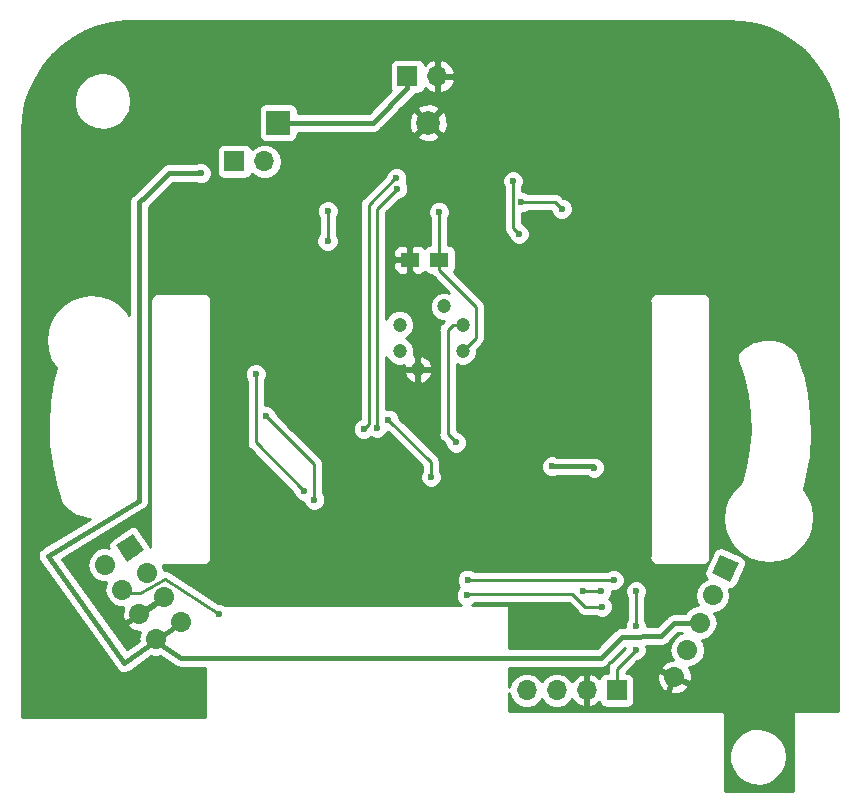
<source format=gbl>
G04 #@! TF.GenerationSoftware,KiCad,Pcbnew,(5.0.0)*
G04 #@! TF.CreationDate,2018-09-08T09:56:40+02:00*
G04 #@! TF.ProjectId,v9,76392E6B696361645F70636200000000,3*
G04 #@! TF.SameCoordinates,Original*
G04 #@! TF.FileFunction,Copper,L2,Bot,Signal*
G04 #@! TF.FilePolarity,Positive*
%FSLAX46Y46*%
G04 Gerber Fmt 4.6, Leading zero omitted, Abs format (unit mm)*
G04 Created by KiCad (PCBNEW (5.0.0)) date 09/08/18 09:56:40*
%MOMM*%
%LPD*%
G01*
G04 APERTURE LIST*
G04 #@! TA.AperFunction,ComponentPad*
%ADD10C,1.200000*%
G04 #@! TD*
G04 #@! TA.AperFunction,ComponentPad*
%ADD11R,2.000000X2.000000*%
G04 #@! TD*
G04 #@! TA.AperFunction,ComponentPad*
%ADD12C,2.000000*%
G04 #@! TD*
G04 #@! TA.AperFunction,SMDPad,CuDef*
%ADD13R,1.500000X1.250000*%
G04 #@! TD*
G04 #@! TA.AperFunction,ComponentPad*
%ADD14R,1.700000X1.700000*%
G04 #@! TD*
G04 #@! TA.AperFunction,ComponentPad*
%ADD15O,1.700000X1.700000*%
G04 #@! TD*
G04 #@! TA.AperFunction,ComponentPad*
%ADD16C,1.700000*%
G04 #@! TD*
G04 #@! TA.AperFunction,Conductor*
%ADD17C,0.100000*%
G04 #@! TD*
G04 #@! TA.AperFunction,Conductor*
%ADD18C,1.700000*%
G04 #@! TD*
G04 #@! TA.AperFunction,ViaPad*
%ADD19C,0.600000*%
G04 #@! TD*
G04 #@! TA.AperFunction,Conductor*
%ADD20C,0.254000*%
G04 #@! TD*
G04 #@! TA.AperFunction,Conductor*
%ADD21C,0.400000*%
G04 #@! TD*
G04 #@! TA.AperFunction,Conductor*
%ADD22C,0.250000*%
G04 #@! TD*
G04 APERTURE END LIST*
D10*
G04 #@! TO.P,U4,2*
G04 #@! TO.N,Net-(R2-Pad1)*
X71084207Y-60360158D03*
G04 #@! TO.P,U4,1*
G04 #@! TO.N,Net-(R1-Pad1)*
X71084207Y-58139842D03*
G04 #@! TO.P,U4,3*
G04 #@! TO.N,GND*
X72639842Y-61915793D03*
G04 #@! TO.P,U4,5*
G04 #@! TO.N,PIR*
X76415793Y-58139842D03*
G04 #@! TO.P,U4,4*
G04 #@! TO.N,VCC*
X76415793Y-60360158D03*
G04 #@! TO.P,U4,6*
G04 #@! TO.N,Net-(R4-Pad2)*
X74860158Y-56584207D03*
G04 #@! TD*
D11*
G04 #@! TO.P,BT3,1*
G04 #@! TO.N,BAT+*
X60800000Y-41025000D03*
D12*
G04 #@! TO.P,BT3,2*
G04 #@! TO.N,GND*
X73500000Y-41025000D03*
G04 #@! TD*
D13*
G04 #@! TO.P,C6,1*
G04 #@! TO.N,GND*
X71950000Y-52625000D03*
G04 #@! TO.P,C6,2*
G04 #@! TO.N,VCC*
X74450000Y-52625000D03*
G04 #@! TD*
D14*
G04 #@! TO.P,J2,1*
G04 #@! TO.N,BAT+*
X71750000Y-37100000D03*
D15*
G04 #@! TO.P,J2,2*
G04 #@! TO.N,GND*
X74290000Y-37100000D03*
G04 #@! TD*
D16*
G04 #@! TO.P,J3,1*
G04 #@! TO.N,RX*
X98650000Y-78750000D03*
D17*
G04 #@! TD*
G04 #@! TO.N,RX*
G04 #@! TO.C,J3*
G36*
X99779587Y-78338864D02*
X99061136Y-79879587D01*
X97520413Y-79161136D01*
X98238864Y-77620413D01*
X99779587Y-78338864D01*
X99779587Y-78338864D01*
G37*
D16*
G04 #@! TO.P,J3,2*
G04 #@! TO.N,TX*
X97576550Y-81052022D03*
D18*
G04 #@! TD*
G04 #@! TO.N,TX*
G04 #@! TO.C,J3*
X97576550Y-81052022D02*
X97576550Y-81052022D01*
D16*
G04 #@! TO.P,J3,3*
G04 #@! TO.N,BAT+*
X96503099Y-83354044D03*
D18*
G04 #@! TD*
G04 #@! TO.N,BAT+*
G04 #@! TO.C,J3*
X96503099Y-83354044D02*
X96503099Y-83354044D01*
D16*
G04 #@! TO.P,J3,4*
G04 #@! TO.N,N/C*
X95429649Y-85656065D03*
D18*
G04 #@! TD*
G04 #@! TO.N,N/C*
G04 #@! TO.C,J3*
X95429649Y-85656065D02*
X95429649Y-85656065D01*
D16*
G04 #@! TO.P,J3,5*
G04 #@! TO.N,GND*
X94356198Y-87958087D03*
D18*
G04 #@! TD*
G04 #@! TO.N,GND*
G04 #@! TO.C,J3*
X94356198Y-87958087D02*
X94356198Y-87958087D01*
D14*
G04 #@! TO.P,J4,1*
G04 #@! TO.N,BAT+*
X57100000Y-44300000D03*
D15*
G04 #@! TO.P,J4,2*
G04 #@! TO.N,VCC*
X59640000Y-44300000D03*
G04 #@! TD*
D14*
G04 #@! TO.P,J5,1*
G04 #@! TO.N,VCC*
X89465000Y-89075000D03*
D15*
G04 #@! TO.P,J5,2*
G04 #@! TO.N,GND*
X86925000Y-89075000D03*
G04 #@! TO.P,J5,3*
G04 #@! TO.N,SDA2*
X84385000Y-89075000D03*
G04 #@! TO.P,J5,4*
G04 #@! TO.N,SCL2*
X81845000Y-89075000D03*
G04 #@! TD*
D16*
G04 #@! TO.P,J1,1*
G04 #@! TO.N,RST*
X48250000Y-77025000D03*
D17*
G04 #@! TD*
G04 #@! TO.N,RST*
G04 #@! TO.C,J1*
G36*
X48469062Y-75843047D02*
X49431953Y-77244062D01*
X48030938Y-78206953D01*
X47068047Y-76805938D01*
X48469062Y-75843047D01*
X48469062Y-75843047D01*
G37*
D16*
G04 #@! TO.P,J1,2*
G04 #@! TO.N,SWDCLK*
X46156719Y-78463672D03*
D18*
G04 #@! TD*
G04 #@! TO.N,SWDCLK*
G04 #@! TO.C,J1*
X46156719Y-78463672D02*
X46156719Y-78463672D01*
D16*
G04 #@! TO.P,J1,3*
G04 #@! TO.N,N/C*
X49688672Y-79118281D03*
D18*
G04 #@! TD*
G04 #@! TO.N,N/C*
G04 #@! TO.C,J1*
X49688672Y-79118281D02*
X49688672Y-79118281D01*
D16*
G04 #@! TO.P,J1,4*
G04 #@! TO.N,SWDIO*
X47595391Y-80556952D03*
D18*
G04 #@! TD*
G04 #@! TO.N,SWDIO*
G04 #@! TO.C,J1*
X47595391Y-80556952D02*
X47595391Y-80556952D01*
D16*
G04 #@! TO.P,J1,5*
G04 #@! TO.N,GND*
X51127344Y-81211561D03*
D18*
G04 #@! TD*
G04 #@! TO.N,GND*
G04 #@! TO.C,J1*
X51127344Y-81211561D02*
X51127344Y-81211561D01*
D16*
G04 #@! TO.P,J1,6*
G04 #@! TO.N,GND*
X49034063Y-82650233D03*
D18*
G04 #@! TD*
G04 #@! TO.N,GND*
G04 #@! TO.C,J1*
X49034063Y-82650233D02*
X49034063Y-82650233D01*
D16*
G04 #@! TO.P,J1,7*
G04 #@! TO.N,BAT+*
X52566016Y-83304842D03*
D18*
G04 #@! TD*
G04 #@! TO.N,BAT+*
G04 #@! TO.C,J1*
X52566016Y-83304842D02*
X52566016Y-83304842D01*
D16*
G04 #@! TO.P,J1,8*
G04 #@! TO.N,BAT+*
X50472735Y-84743513D03*
D18*
G04 #@! TD*
G04 #@! TO.N,BAT+*
G04 #@! TO.C,J1*
X50472735Y-84743513D02*
X50472735Y-84743513D01*
D19*
G04 #@! TO.N,VCC*
X91060000Y-85680000D03*
X91070000Y-83650000D03*
X91090000Y-80700000D03*
X80690000Y-45960000D03*
X81180000Y-50450000D03*
X64980000Y-51040000D03*
X65000000Y-48500000D03*
X74420000Y-48570000D03*
X86575000Y-80700000D03*
X88150000Y-80675000D03*
X84000000Y-70125000D03*
X87525000Y-70225000D03*
G04 #@! TO.N,PIR*
X75850000Y-68100000D03*
G04 #@! TO.N,GND*
X87300000Y-54510000D03*
X87310000Y-52430000D03*
X71950000Y-50950000D03*
X55850000Y-48700000D03*
X61875000Y-49275000D03*
G04 #@! TO.N,SWDIO*
X55775000Y-82650000D03*
G04 #@! TO.N,RX*
X76850000Y-79725000D03*
X89200000Y-79750000D03*
G04 #@! TO.N,TX*
X76775000Y-81050000D03*
X88200000Y-82000000D03*
G04 #@! TO.N,SDA*
X84800000Y-48310000D03*
X81400000Y-47760000D03*
X70810000Y-45720000D03*
X68040000Y-66960000D03*
G04 #@! TO.N,BAT+*
X54250000Y-45300000D03*
G04 #@! TO.N,SCL*
X69180000Y-66860000D03*
X70880000Y-46600000D03*
G04 #@! TO.N,Net-(D1-Pad2)*
X70130000Y-66170000D03*
X73730000Y-71020000D03*
G04 #@! TO.N,CS*
X58900000Y-62300000D03*
X63000000Y-72200000D03*
G04 #@! TO.N,MISO*
X63850000Y-72950000D03*
X59750000Y-65850000D03*
G04 #@! TD*
D20*
G04 #@! TO.N,VCC*
X89465000Y-87275000D02*
X89465000Y-89075000D01*
X91060000Y-85680000D02*
X89465000Y-87275000D01*
X91070000Y-80720000D02*
X91070000Y-83650000D01*
X91090000Y-80700000D02*
X91070000Y-80720000D01*
X80690000Y-49960000D02*
X80690000Y-45960000D01*
X81180000Y-50450000D02*
X80690000Y-49960000D01*
X64980000Y-48520000D02*
X64980000Y-51040000D01*
X65000000Y-48500000D02*
X64980000Y-48520000D01*
X74450000Y-52625000D02*
X74450000Y-48600000D01*
X74450000Y-48600000D02*
X74420000Y-48570000D01*
X88125000Y-80700000D02*
X86575000Y-80700000D01*
X88150000Y-80675000D02*
X88125000Y-80700000D01*
D21*
X87425000Y-70125000D02*
X84000000Y-70125000D01*
X87525000Y-70225000D02*
X87425000Y-70125000D01*
D20*
X76415793Y-60360158D02*
X77550000Y-59225951D01*
X74450000Y-53504000D02*
X74450000Y-52625000D01*
X77550000Y-56604000D02*
X74450000Y-53504000D01*
X77550000Y-59225951D02*
X77550000Y-56604000D01*
G04 #@! TO.N,PIR*
X75567265Y-58139842D02*
X75150000Y-58557107D01*
X76415793Y-58139842D02*
X75567265Y-58139842D01*
X75150000Y-67400000D02*
X75850000Y-68100000D01*
X75150000Y-58557107D02*
X75150000Y-67400000D01*
G04 #@! TO.N,GND*
X87300000Y-52440000D02*
X87300000Y-54510000D01*
X87310000Y-52430000D02*
X87300000Y-52440000D01*
X71950000Y-52625000D02*
X71950000Y-50950000D01*
D21*
X55850000Y-48700000D02*
X55875000Y-48725000D01*
X55875000Y-48725000D02*
X61325000Y-48725000D01*
X61325000Y-48725000D02*
X61875000Y-49275000D01*
D20*
X72639842Y-61067265D02*
X72639842Y-61915793D01*
X72639842Y-54193842D02*
X72639842Y-61067265D01*
X71950000Y-53504000D02*
X72639842Y-54193842D01*
X71950000Y-52625000D02*
X71950000Y-53504000D01*
G04 #@! TO.N,SWDIO*
X47426238Y-80762530D02*
X49075000Y-80850000D01*
X51225000Y-79650000D02*
X55775000Y-82650000D01*
X49075000Y-80850000D02*
X51225000Y-79650000D01*
G04 #@! TO.N,RX*
X89175000Y-79725000D02*
X76850000Y-79725000D01*
X89200000Y-79750000D02*
X89175000Y-79725000D01*
G04 #@! TO.N,TX*
X76775000Y-81050000D02*
X76875000Y-80950000D01*
X76875000Y-80950000D02*
X85700000Y-80950000D01*
X85700000Y-80950000D02*
X86750000Y-82000000D01*
X86750000Y-82000000D02*
X88200000Y-82000000D01*
G04 #@! TO.N,SDA*
X84270000Y-47780000D02*
X84800000Y-48310000D01*
X81420000Y-47780000D02*
X84270000Y-47780000D01*
X81400000Y-47760000D02*
X81420000Y-47780000D01*
X70720000Y-45720000D02*
X70810000Y-45720000D01*
X68470000Y-47970000D02*
X70720000Y-45720000D01*
X68470000Y-66530000D02*
X68470000Y-47970000D01*
X68040000Y-66960000D02*
X68470000Y-66530000D01*
D21*
G04 #@! TO.N,BAT+*
X49650000Y-47200000D02*
X49000000Y-47775000D01*
X54250000Y-45300000D02*
X51550000Y-45300000D01*
X51550000Y-45300000D02*
X49650000Y-47200000D01*
X47775000Y-86800000D02*
X50340006Y-84923823D01*
X41275000Y-77700000D02*
X47775000Y-86800000D01*
X49000000Y-73050000D02*
X41275000Y-77700000D01*
X49000000Y-72375000D02*
X49000000Y-73050000D01*
X49000000Y-71200000D02*
X49000000Y-72375000D01*
X49000000Y-47775000D02*
X49000000Y-71200000D01*
X57075000Y-86337259D02*
X52550000Y-86325000D01*
X52550000Y-86325000D02*
X50340006Y-84923823D01*
X50340006Y-84923823D02*
X52420652Y-83466939D01*
X89905118Y-84544882D02*
X93250000Y-84500000D01*
X88112741Y-86337259D02*
X89905118Y-84544882D01*
X57034969Y-86337259D02*
X57075000Y-86337259D01*
X57075000Y-86337259D02*
X88112741Y-86337259D01*
X94350000Y-83400000D02*
X96103099Y-83404044D01*
X93250000Y-84500000D02*
X94350000Y-83400000D01*
X71750000Y-37100000D02*
X71750000Y-38090000D01*
X68815000Y-41025000D02*
X60800000Y-41025000D01*
X71750000Y-38090000D02*
X68815000Y-41025000D01*
D20*
G04 #@! TO.N,SCL*
X69180000Y-48300000D02*
X69180000Y-66860000D01*
X70880000Y-46600000D02*
X69180000Y-48300000D01*
D22*
G04 #@! TO.N,Net-(D1-Pad2)*
X70130000Y-66170000D02*
X73730000Y-69770000D01*
X73730000Y-69770000D02*
X73730000Y-71020000D01*
D20*
G04 #@! TO.N,CS*
X58900000Y-68100000D02*
X58900000Y-62300000D01*
X63000000Y-72200000D02*
X58900000Y-68100000D01*
G04 #@! TO.N,MISO*
X63850000Y-69950000D02*
X63850000Y-72950000D01*
X59750000Y-65850000D02*
X63850000Y-69950000D01*
G04 #@! TD*
G04 #@! TO.N,GND*
G36*
X100093750Y-32461733D02*
X101242653Y-32680897D01*
X102355026Y-33042329D01*
X103413325Y-33540326D01*
X104400870Y-34167041D01*
X105302071Y-34912580D01*
X106102729Y-35765194D01*
X106790213Y-36711432D01*
X107353685Y-37736383D01*
X107784249Y-38823866D01*
X108075120Y-39956729D01*
X108223065Y-41127841D01*
X108241445Y-41712700D01*
X108241446Y-90873000D01*
X104500000Y-90873000D01*
X104451399Y-90882667D01*
X104410197Y-90910197D01*
X104382667Y-90951399D01*
X104373000Y-91000000D01*
X104373000Y-97623000D01*
X98627000Y-97623000D01*
X98627000Y-94356025D01*
X98995937Y-94356025D01*
X99001670Y-95085985D01*
X99221787Y-95781989D01*
X99636827Y-96382501D01*
X100210094Y-96834428D01*
X100890903Y-97097814D01*
X101619062Y-97149370D01*
X102330191Y-96984539D01*
X102961416Y-96617895D01*
X103456928Y-96081853D01*
X103772917Y-95423807D01*
X103881445Y-94701938D01*
X103881142Y-94663377D01*
X103761289Y-93943301D01*
X103435003Y-93290300D01*
X102931132Y-92762107D01*
X102294226Y-92405423D01*
X101580596Y-92251782D01*
X100853337Y-92314770D01*
X100176748Y-92588816D01*
X99610651Y-93049692D01*
X99205095Y-93656650D01*
X98995937Y-94356025D01*
X98627000Y-94356025D01*
X98627000Y-91000000D01*
X98617333Y-90951399D01*
X98589803Y-90910197D01*
X98548601Y-90882667D01*
X98500000Y-90873000D01*
X80377000Y-90873000D01*
X80377000Y-89306721D01*
X80446161Y-89654418D01*
X80774375Y-90145625D01*
X81265582Y-90473839D01*
X81698744Y-90560000D01*
X81991256Y-90560000D01*
X82424418Y-90473839D01*
X82915625Y-90145625D01*
X83115000Y-89847239D01*
X83314375Y-90145625D01*
X83805582Y-90473839D01*
X84238744Y-90560000D01*
X84531256Y-90560000D01*
X84964418Y-90473839D01*
X85455625Y-90145625D01*
X85668843Y-89826522D01*
X85729817Y-89956358D01*
X86158076Y-90346645D01*
X86568110Y-90516476D01*
X86798000Y-90395155D01*
X86798000Y-89202000D01*
X86778000Y-89202000D01*
X86778000Y-88948000D01*
X86798000Y-88948000D01*
X86798000Y-87754845D01*
X86568110Y-87633524D01*
X86158076Y-87803355D01*
X85729817Y-88193642D01*
X85668843Y-88323478D01*
X85455625Y-88004375D01*
X84964418Y-87676161D01*
X84531256Y-87590000D01*
X84238744Y-87590000D01*
X83805582Y-87676161D01*
X83314375Y-88004375D01*
X83115000Y-88302761D01*
X82915625Y-88004375D01*
X82424418Y-87676161D01*
X81991256Y-87590000D01*
X81698744Y-87590000D01*
X81265582Y-87676161D01*
X80774375Y-88004375D01*
X80446161Y-88495582D01*
X80377000Y-88843279D01*
X80377000Y-87172259D01*
X88030508Y-87172259D01*
X88112741Y-87188616D01*
X88194974Y-87172259D01*
X88194978Y-87172259D01*
X88438542Y-87123811D01*
X88714742Y-86939260D01*
X88761328Y-86869539D01*
X90125000Y-85505868D01*
X90125000Y-85537369D01*
X88979253Y-86683117D01*
X88915629Y-86725629D01*
X88747212Y-86977684D01*
X88703000Y-87199953D01*
X88703000Y-87199957D01*
X88688073Y-87275000D01*
X88703000Y-87350044D01*
X88703000Y-87577560D01*
X88615000Y-87577560D01*
X88367235Y-87626843D01*
X88157191Y-87767191D01*
X88016843Y-87977235D01*
X87996261Y-88080708D01*
X87691924Y-87803355D01*
X87281890Y-87633524D01*
X87052000Y-87754845D01*
X87052000Y-88948000D01*
X87072000Y-88948000D01*
X87072000Y-89202000D01*
X87052000Y-89202000D01*
X87052000Y-90395155D01*
X87281890Y-90516476D01*
X87691924Y-90346645D01*
X87996261Y-90069292D01*
X88016843Y-90172765D01*
X88157191Y-90382809D01*
X88367235Y-90523157D01*
X88615000Y-90572440D01*
X90315000Y-90572440D01*
X90562765Y-90523157D01*
X90772809Y-90382809D01*
X90913157Y-90172765D01*
X90962440Y-89925000D01*
X90962440Y-89208828D01*
X93913097Y-89208828D01*
X94070454Y-89415346D01*
X94649873Y-89413769D01*
X95184584Y-89190577D01*
X95511791Y-88890733D01*
X95498992Y-88631110D01*
X94417627Y-88126861D01*
X93913097Y-89208828D01*
X90962440Y-89208828D01*
X90962440Y-88225000D01*
X90940707Y-88115736D01*
X92879580Y-88115736D01*
X93052310Y-88668813D01*
X93423546Y-89113688D01*
X93682895Y-89101483D01*
X94187424Y-88019516D01*
X93106059Y-87515266D01*
X92898949Y-87672345D01*
X92879580Y-88115736D01*
X90940707Y-88115736D01*
X90913157Y-87977235D01*
X90772809Y-87767191D01*
X90562765Y-87626843D01*
X90315000Y-87577560D01*
X90240070Y-87577560D01*
X91202631Y-86615000D01*
X91245983Y-86615000D01*
X91589635Y-86472655D01*
X91852655Y-86209635D01*
X91995000Y-85865983D01*
X91995000Y-85494017D01*
X91936465Y-85352700D01*
X93173315Y-85336104D01*
X93250000Y-85351357D01*
X93337779Y-85333897D01*
X93343432Y-85333821D01*
X93418381Y-85317864D01*
X93575800Y-85286552D01*
X93580638Y-85283320D01*
X93586324Y-85282109D01*
X93718535Y-85191180D01*
X93782283Y-85148584D01*
X93786281Y-85144586D01*
X93860023Y-85093869D01*
X93902586Y-85028281D01*
X94695070Y-84235798D01*
X94954943Y-84236397D01*
X94850231Y-84257226D01*
X94359024Y-84585440D01*
X94030810Y-85076647D01*
X93915557Y-85656065D01*
X94030810Y-86235483D01*
X94208895Y-86502007D01*
X94062523Y-86502405D01*
X93527812Y-86725597D01*
X93200605Y-87025441D01*
X93213404Y-87285064D01*
X94294769Y-87789313D01*
X94303221Y-87771187D01*
X94533424Y-87878532D01*
X94524972Y-87896658D01*
X95606337Y-88400908D01*
X95813447Y-88243829D01*
X95832816Y-87800438D01*
X95660086Y-87247361D01*
X95571385Y-87141065D01*
X95575905Y-87141065D01*
X96009067Y-87054904D01*
X96500274Y-86726690D01*
X96828488Y-86235483D01*
X96943741Y-85656065D01*
X96828488Y-85076647D01*
X96667337Y-84835467D01*
X97082517Y-84752883D01*
X97573724Y-84424669D01*
X97901938Y-83933462D01*
X98017191Y-83354044D01*
X97901938Y-82774626D01*
X97740786Y-82533445D01*
X98155968Y-82450861D01*
X98647175Y-82122647D01*
X98975389Y-81631440D01*
X99090642Y-81052022D01*
X98983697Y-80514372D01*
X99032895Y-80526411D01*
X99282574Y-80487982D01*
X99498540Y-80356930D01*
X99647916Y-80153207D01*
X100366367Y-78612484D01*
X100426411Y-78367105D01*
X100387982Y-78117426D01*
X100256930Y-77901460D01*
X100053207Y-77752084D01*
X98512484Y-77033633D01*
X98267105Y-76973589D01*
X98017426Y-77012018D01*
X97801460Y-77143070D01*
X97652084Y-77346793D01*
X97326524Y-78044958D01*
X97374864Y-77801938D01*
X97361445Y-77734476D01*
X97361445Y-74533152D01*
X98472055Y-74533152D01*
X98579769Y-75385801D01*
X98873710Y-76193397D01*
X99339268Y-76915801D01*
X99953304Y-77517109D01*
X100685300Y-77967436D01*
X101498874Y-78244400D01*
X102353592Y-78334234D01*
X103206972Y-78232475D01*
X104016600Y-77944179D01*
X104742237Y-77483676D01*
X105347817Y-76873853D01*
X105803243Y-76145019D01*
X106085880Y-75333397D01*
X106181679Y-74479328D01*
X106180176Y-74371690D01*
X106060567Y-73520628D01*
X105755379Y-72717215D01*
X105314363Y-72053434D01*
X105600299Y-70939040D01*
X105604382Y-70919310D01*
X105609158Y-70899747D01*
X105612940Y-70878563D01*
X105881498Y-69224299D01*
X105883941Y-69202925D01*
X105887056Y-69181627D01*
X105888827Y-69160181D01*
X106000514Y-67487986D01*
X106000935Y-67466475D01*
X106002032Y-67444979D01*
X106001777Y-67423462D01*
X105955601Y-65748177D01*
X105953996Y-65726724D01*
X105953065Y-65705219D01*
X105950786Y-65683821D01*
X105747156Y-64020317D01*
X105743537Y-63999100D01*
X105740588Y-63977788D01*
X105736306Y-63956700D01*
X105377030Y-62319742D01*
X105371431Y-62298960D01*
X105366489Y-62278020D01*
X105360241Y-62257428D01*
X104848509Y-60661546D01*
X104825930Y-60601089D01*
X104817631Y-60583981D01*
X104816028Y-60579048D01*
X104812674Y-60573763D01*
X104797763Y-60543025D01*
X104764255Y-60487869D01*
X104725706Y-60436112D01*
X104724401Y-60434667D01*
X104724023Y-60434071D01*
X104719868Y-60429646D01*
X104682457Y-60388213D01*
X104671676Y-60378326D01*
X104665137Y-60371363D01*
X104271641Y-60001846D01*
X104242484Y-59980662D01*
X104216728Y-59955454D01*
X104145065Y-59907870D01*
X103585906Y-59585242D01*
X103546177Y-59568554D01*
X103508843Y-59547013D01*
X103427597Y-59518746D01*
X102805772Y-59345313D01*
X102763137Y-59339029D01*
X102721624Y-59327451D01*
X102635901Y-59320276D01*
X101990481Y-59306933D01*
X101947622Y-59311450D01*
X101904536Y-59310559D01*
X101819722Y-59324928D01*
X101191259Y-59472513D01*
X101150873Y-59487545D01*
X101108913Y-59497399D01*
X101030337Y-59532409D01*
X100458323Y-59831650D01*
X100422940Y-59856256D01*
X100384754Y-59876233D01*
X100317353Y-59929684D01*
X99837728Y-60361778D01*
X99836564Y-60363127D01*
X99832892Y-60366177D01*
X99785073Y-60414689D01*
X99742309Y-60467711D01*
X99729669Y-60487037D01*
X99725567Y-60491791D01*
X99722453Y-60498068D01*
X99705022Y-60524718D01*
X99673582Y-60585147D01*
X99650040Y-60644045D01*
X99649263Y-60645610D01*
X99649092Y-60646415D01*
X99648299Y-60648399D01*
X99629423Y-60713850D01*
X99617141Y-60780852D01*
X99614993Y-60807051D01*
X99613608Y-60813574D01*
X99613897Y-60820417D01*
X99611574Y-60848742D01*
X99612778Y-60916850D01*
X99620739Y-60984501D01*
X99620839Y-60984953D01*
X99620846Y-60985129D01*
X99620961Y-60985509D01*
X99635382Y-61051028D01*
X99646858Y-61088769D01*
X100143066Y-62566419D01*
X100482466Y-64052790D01*
X100672564Y-65565540D01*
X100711477Y-67089685D01*
X100598820Y-68610140D01*
X100335706Y-70111909D01*
X99961516Y-71448727D01*
X99869410Y-71508999D01*
X99272402Y-72127218D01*
X98827197Y-72862340D01*
X98555920Y-73677828D01*
X98472055Y-74533152D01*
X97361445Y-74533152D01*
X97361445Y-56169400D01*
X97374864Y-56101938D01*
X97321700Y-55834665D01*
X97170302Y-55608081D01*
X96943718Y-55456683D01*
X96743907Y-55416938D01*
X96676445Y-55403519D01*
X96608984Y-55416938D01*
X92993907Y-55416938D01*
X92926445Y-55403519D01*
X92858984Y-55416938D01*
X92858983Y-55416938D01*
X92659172Y-55456683D01*
X92432588Y-55608081D01*
X92281190Y-55834665D01*
X92228026Y-56101938D01*
X92241446Y-56169405D01*
X92241445Y-77734476D01*
X92228026Y-77801938D01*
X92281190Y-78069211D01*
X92432588Y-78295795D01*
X92659172Y-78447193D01*
X92926445Y-78500357D01*
X92993906Y-78486938D01*
X96608983Y-78486938D01*
X96676445Y-78500357D01*
X96743906Y-78486938D01*
X96743907Y-78486938D01*
X96943718Y-78447193D01*
X97170302Y-78295795D01*
X97300235Y-78101336D01*
X96933633Y-78887516D01*
X96873589Y-79132895D01*
X96912018Y-79382574D01*
X97043070Y-79598540D01*
X97091888Y-79634335D01*
X96997132Y-79653183D01*
X96505925Y-79981397D01*
X96177711Y-80472604D01*
X96062458Y-81052022D01*
X96177711Y-81631440D01*
X96338863Y-81872621D01*
X95923681Y-81955205D01*
X95432474Y-82283419D01*
X95242953Y-82567058D01*
X94433193Y-82565190D01*
X94350000Y-82548642D01*
X94187791Y-82580907D01*
X94026015Y-82612699D01*
X94025183Y-82613252D01*
X94024199Y-82613448D01*
X93886760Y-82705282D01*
X93749390Y-82796612D01*
X93702104Y-82867028D01*
X92899505Y-83669628D01*
X92005000Y-83681631D01*
X92005000Y-83464017D01*
X91862655Y-83120365D01*
X91832000Y-83089710D01*
X91832000Y-81280290D01*
X91882655Y-81229635D01*
X92025000Y-80885983D01*
X92025000Y-80514017D01*
X91882655Y-80170365D01*
X91619635Y-79907345D01*
X91275983Y-79765000D01*
X90904017Y-79765000D01*
X90560365Y-79907345D01*
X90297345Y-80170365D01*
X90155000Y-80514017D01*
X90155000Y-80885983D01*
X90297345Y-81229635D01*
X90308000Y-81240290D01*
X90308001Y-83089709D01*
X90277345Y-83120365D01*
X90135000Y-83464017D01*
X90135000Y-83706723D01*
X89981806Y-83708778D01*
X89905118Y-83693524D01*
X89817335Y-83710985D01*
X89811686Y-83711061D01*
X89736779Y-83727009D01*
X89579317Y-83758330D01*
X89574479Y-83761563D01*
X89568794Y-83762773D01*
X89436618Y-83853679D01*
X89372834Y-83896298D01*
X89368834Y-83900298D01*
X89295095Y-83951013D01*
X89252534Y-84016598D01*
X87766874Y-85502259D01*
X80377000Y-85502259D01*
X80377000Y-82000000D01*
X80367333Y-81951399D01*
X80339803Y-81910197D01*
X80298601Y-81882667D01*
X80250000Y-81873000D01*
X77231376Y-81873000D01*
X77304635Y-81842655D01*
X77435290Y-81712000D01*
X85384370Y-81712000D01*
X86158118Y-82485749D01*
X86200629Y-82549371D01*
X86264251Y-82591882D01*
X86452681Y-82717787D01*
X86452682Y-82717787D01*
X86452683Y-82717788D01*
X86674952Y-82762000D01*
X86674956Y-82762000D01*
X86749999Y-82776927D01*
X86825042Y-82762000D01*
X87639710Y-82762000D01*
X87670365Y-82792655D01*
X88014017Y-82935000D01*
X88385983Y-82935000D01*
X88729635Y-82792655D01*
X88992655Y-82529635D01*
X89135000Y-82185983D01*
X89135000Y-81814017D01*
X88992655Y-81470365D01*
X88834790Y-81312500D01*
X88942655Y-81204635D01*
X89085000Y-80860983D01*
X89085000Y-80685000D01*
X89385983Y-80685000D01*
X89729635Y-80542655D01*
X89992655Y-80279635D01*
X90135000Y-79935983D01*
X90135000Y-79564017D01*
X89992655Y-79220365D01*
X89729635Y-78957345D01*
X89385983Y-78815000D01*
X89014017Y-78815000D01*
X88670365Y-78957345D01*
X88664710Y-78963000D01*
X77410290Y-78963000D01*
X77379635Y-78932345D01*
X77035983Y-78790000D01*
X76664017Y-78790000D01*
X76320365Y-78932345D01*
X76057345Y-79195365D01*
X75915000Y-79539017D01*
X75915000Y-79910983D01*
X76057345Y-80254635D01*
X76152710Y-80350000D01*
X75982345Y-80520365D01*
X75840000Y-80864017D01*
X75840000Y-81235983D01*
X75982345Y-81579635D01*
X76245365Y-81842655D01*
X76318624Y-81873000D01*
X56320290Y-81873000D01*
X56304635Y-81857345D01*
X55960983Y-81715000D01*
X55741217Y-81715000D01*
X51734896Y-79073471D01*
X51706868Y-79040559D01*
X51609352Y-78990695D01*
X51581794Y-78972525D01*
X51542689Y-78956608D01*
X51436964Y-78902546D01*
X51403232Y-78899843D01*
X51371893Y-78887086D01*
X51253152Y-78887814D01*
X51155363Y-78879977D01*
X51087511Y-78538863D01*
X51052816Y-78486938D01*
X54358983Y-78486938D01*
X54426445Y-78500357D01*
X54493906Y-78486938D01*
X54493907Y-78486938D01*
X54693718Y-78447193D01*
X54920302Y-78295795D01*
X55071700Y-78069211D01*
X55124864Y-77801938D01*
X55111445Y-77734476D01*
X55111445Y-62114017D01*
X57965000Y-62114017D01*
X57965000Y-62485983D01*
X58107345Y-62829635D01*
X58138001Y-62860291D01*
X58138000Y-68024957D01*
X58123073Y-68100000D01*
X58138000Y-68175043D01*
X58138000Y-68175047D01*
X58182212Y-68397316D01*
X58350629Y-68649371D01*
X58414253Y-68691883D01*
X62065000Y-72342631D01*
X62065000Y-72385983D01*
X62207345Y-72729635D01*
X62470365Y-72992655D01*
X62814017Y-73135000D01*
X62915000Y-73135000D01*
X62915000Y-73135983D01*
X63057345Y-73479635D01*
X63320365Y-73742655D01*
X63664017Y-73885000D01*
X64035983Y-73885000D01*
X64379635Y-73742655D01*
X64642655Y-73479635D01*
X64785000Y-73135983D01*
X64785000Y-72764017D01*
X64642655Y-72420365D01*
X64612000Y-72389710D01*
X64612000Y-70025047D01*
X64626928Y-69950000D01*
X64612000Y-69874952D01*
X64567788Y-69652683D01*
X64460658Y-69492352D01*
X64441882Y-69464251D01*
X64399371Y-69400629D01*
X64335750Y-69358119D01*
X61751648Y-66774017D01*
X67105000Y-66774017D01*
X67105000Y-67145983D01*
X67247345Y-67489635D01*
X67510365Y-67752655D01*
X67854017Y-67895000D01*
X68225983Y-67895000D01*
X68569635Y-67752655D01*
X68663991Y-67658299D01*
X68994017Y-67795000D01*
X69365983Y-67795000D01*
X69709635Y-67652655D01*
X69972655Y-67389635D01*
X70061161Y-67175962D01*
X72970000Y-70084802D01*
X72970001Y-70457709D01*
X72937345Y-70490365D01*
X72795000Y-70834017D01*
X72795000Y-71205983D01*
X72937345Y-71549635D01*
X73200365Y-71812655D01*
X73544017Y-71955000D01*
X73915983Y-71955000D01*
X74259635Y-71812655D01*
X74522655Y-71549635D01*
X74665000Y-71205983D01*
X74665000Y-70834017D01*
X74522655Y-70490365D01*
X74490000Y-70457710D01*
X74490000Y-69939017D01*
X83065000Y-69939017D01*
X83065000Y-70310983D01*
X83207345Y-70654635D01*
X83470365Y-70917655D01*
X83814017Y-71060000D01*
X84185983Y-71060000D01*
X84427405Y-70960000D01*
X86937710Y-70960000D01*
X86995365Y-71017655D01*
X87339017Y-71160000D01*
X87710983Y-71160000D01*
X88054635Y-71017655D01*
X88317655Y-70754635D01*
X88460000Y-70410983D01*
X88460000Y-70039017D01*
X88317655Y-69695365D01*
X88054635Y-69432345D01*
X87710983Y-69290000D01*
X87507233Y-69290000D01*
X87425000Y-69273643D01*
X87342767Y-69290000D01*
X84427405Y-69290000D01*
X84185983Y-69190000D01*
X83814017Y-69190000D01*
X83470365Y-69332345D01*
X83207345Y-69595365D01*
X83065000Y-69939017D01*
X74490000Y-69939017D01*
X74490000Y-69844848D01*
X74504888Y-69770000D01*
X74490000Y-69695152D01*
X74490000Y-69695148D01*
X74447961Y-69483802D01*
X74445904Y-69473462D01*
X74320329Y-69285527D01*
X74277929Y-69222071D01*
X74214473Y-69179671D01*
X71065000Y-66030199D01*
X71065000Y-65984017D01*
X70922655Y-65640365D01*
X70659635Y-65377345D01*
X70315983Y-65235000D01*
X69944017Y-65235000D01*
X69942000Y-65235835D01*
X69942000Y-62237206D01*
X71422359Y-62237206D01*
X71638034Y-62678650D01*
X72006225Y-63003956D01*
X72318429Y-63133276D01*
X72512842Y-63008885D01*
X72512842Y-62042793D01*
X72766842Y-62042793D01*
X72766842Y-63008885D01*
X72961255Y-63133276D01*
X73402699Y-62917601D01*
X73728005Y-62549410D01*
X73857325Y-62237206D01*
X73732934Y-62042793D01*
X72766842Y-62042793D01*
X72512842Y-62042793D01*
X71546750Y-62042793D01*
X71422359Y-62237206D01*
X69942000Y-62237206D01*
X69942000Y-60829836D01*
X70037225Y-61059729D01*
X70384636Y-61407140D01*
X70838550Y-61595158D01*
X71329864Y-61595158D01*
X71441127Y-61549071D01*
X71422359Y-61594380D01*
X71546750Y-61788793D01*
X72333234Y-61788793D01*
X72446093Y-61901652D01*
X72625701Y-61722044D01*
X72512842Y-61609185D01*
X72512842Y-60822701D01*
X72766842Y-60822701D01*
X72766842Y-61788793D01*
X73732934Y-61788793D01*
X73857325Y-61594380D01*
X73641650Y-61152936D01*
X73273459Y-60827630D01*
X72961255Y-60698310D01*
X72766842Y-60822701D01*
X72512842Y-60822701D01*
X72318429Y-60698310D01*
X72271371Y-60721301D01*
X72319207Y-60605815D01*
X72319207Y-60114501D01*
X72131189Y-59660587D01*
X71783778Y-59313176D01*
X71631258Y-59250000D01*
X71783778Y-59186824D01*
X72131189Y-58839413D01*
X72319207Y-58385499D01*
X72319207Y-57894185D01*
X72131189Y-57440271D01*
X71783778Y-57092860D01*
X71329864Y-56904842D01*
X70838550Y-56904842D01*
X70384636Y-57092860D01*
X70037225Y-57440271D01*
X69942000Y-57670164D01*
X69942000Y-52910750D01*
X70565000Y-52910750D01*
X70565000Y-53376310D01*
X70661673Y-53609699D01*
X70840302Y-53788327D01*
X71073691Y-53885000D01*
X71664250Y-53885000D01*
X71823000Y-53726250D01*
X71823000Y-52752000D01*
X70723750Y-52752000D01*
X70565000Y-52910750D01*
X69942000Y-52910750D01*
X69942000Y-51873690D01*
X70565000Y-51873690D01*
X70565000Y-52339250D01*
X70723750Y-52498000D01*
X71823000Y-52498000D01*
X71823000Y-51523750D01*
X72077000Y-51523750D01*
X72077000Y-52498000D01*
X72097000Y-52498000D01*
X72097000Y-52752000D01*
X72077000Y-52752000D01*
X72077000Y-53726250D01*
X72235750Y-53885000D01*
X72826309Y-53885000D01*
X73059698Y-53788327D01*
X73201346Y-53646680D01*
X73242191Y-53707809D01*
X73452235Y-53848157D01*
X73700000Y-53897440D01*
X73796440Y-53897440D01*
X73900629Y-54053371D01*
X73964253Y-54095883D01*
X75296604Y-55428235D01*
X75105815Y-55349207D01*
X74614501Y-55349207D01*
X74160587Y-55537225D01*
X73813176Y-55884636D01*
X73625158Y-56338550D01*
X73625158Y-56829864D01*
X73813176Y-57283778D01*
X74160587Y-57631189D01*
X74614501Y-57819207D01*
X74810270Y-57819207D01*
X74664254Y-57965223D01*
X74600629Y-58007736D01*
X74432212Y-58259791D01*
X74388000Y-58482060D01*
X74388000Y-58482064D01*
X74373073Y-58557107D01*
X74388000Y-58632150D01*
X74388001Y-67324952D01*
X74373073Y-67400000D01*
X74432213Y-67697317D01*
X74543763Y-67864263D01*
X74600630Y-67949371D01*
X74664252Y-67991882D01*
X74915000Y-68242630D01*
X74915000Y-68285983D01*
X75057345Y-68629635D01*
X75320365Y-68892655D01*
X75664017Y-69035000D01*
X76035983Y-69035000D01*
X76379635Y-68892655D01*
X76642655Y-68629635D01*
X76785000Y-68285983D01*
X76785000Y-67914017D01*
X76642655Y-67570365D01*
X76379635Y-67307345D01*
X76035983Y-67165000D01*
X75992630Y-67165000D01*
X75912000Y-67084370D01*
X75912000Y-61488234D01*
X76170136Y-61595158D01*
X76661450Y-61595158D01*
X77115364Y-61407140D01*
X77462775Y-61059729D01*
X77650793Y-60605815D01*
X77650793Y-60202789D01*
X78035750Y-59817832D01*
X78099371Y-59775322D01*
X78267788Y-59523268D01*
X78312000Y-59300999D01*
X78312000Y-59300994D01*
X78326927Y-59225951D01*
X78312000Y-59150908D01*
X78312000Y-56679042D01*
X78326927Y-56603999D01*
X78312000Y-56528956D01*
X78312000Y-56528952D01*
X78267788Y-56306683D01*
X78099371Y-56054629D01*
X78035749Y-56012118D01*
X75687301Y-53663671D01*
X75798157Y-53497765D01*
X75847440Y-53250000D01*
X75847440Y-52000000D01*
X75798157Y-51752235D01*
X75657809Y-51542191D01*
X75447765Y-51401843D01*
X75212000Y-51354947D01*
X75212000Y-49100290D01*
X75212655Y-49099635D01*
X75355000Y-48755983D01*
X75355000Y-48384017D01*
X75212655Y-48040365D01*
X74949635Y-47777345D01*
X74605983Y-47635000D01*
X74234017Y-47635000D01*
X73890365Y-47777345D01*
X73627345Y-48040365D01*
X73485000Y-48384017D01*
X73485000Y-48755983D01*
X73627345Y-49099635D01*
X73688001Y-49160291D01*
X73688000Y-51354947D01*
X73452235Y-51401843D01*
X73242191Y-51542191D01*
X73201346Y-51603320D01*
X73059698Y-51461673D01*
X72826309Y-51365000D01*
X72235750Y-51365000D01*
X72077000Y-51523750D01*
X71823000Y-51523750D01*
X71664250Y-51365000D01*
X71073691Y-51365000D01*
X70840302Y-51461673D01*
X70661673Y-51640301D01*
X70565000Y-51873690D01*
X69942000Y-51873690D01*
X69942000Y-48615630D01*
X71022631Y-47535000D01*
X71065983Y-47535000D01*
X71409635Y-47392655D01*
X71672655Y-47129635D01*
X71815000Y-46785983D01*
X71815000Y-46414017D01*
X71674783Y-46075502D01*
X71745000Y-45905983D01*
X71745000Y-45774017D01*
X79755000Y-45774017D01*
X79755000Y-46145983D01*
X79897345Y-46489635D01*
X79928001Y-46520291D01*
X79928000Y-49884957D01*
X79913073Y-49960000D01*
X79928000Y-50035043D01*
X79928000Y-50035047D01*
X79972212Y-50257316D01*
X80140629Y-50509371D01*
X80204253Y-50551883D01*
X80245000Y-50592630D01*
X80245000Y-50635983D01*
X80387345Y-50979635D01*
X80650365Y-51242655D01*
X80994017Y-51385000D01*
X81365983Y-51385000D01*
X81709635Y-51242655D01*
X81972655Y-50979635D01*
X82115000Y-50635983D01*
X82115000Y-50264017D01*
X81972655Y-49920365D01*
X81709635Y-49657345D01*
X81452000Y-49550629D01*
X81452000Y-48695000D01*
X81585983Y-48695000D01*
X81929635Y-48552655D01*
X81940290Y-48542000D01*
X83884061Y-48542000D01*
X84007345Y-48839635D01*
X84270365Y-49102655D01*
X84614017Y-49245000D01*
X84985983Y-49245000D01*
X85329635Y-49102655D01*
X85592655Y-48839635D01*
X85735000Y-48495983D01*
X85735000Y-48124017D01*
X85592655Y-47780365D01*
X85329635Y-47517345D01*
X84985983Y-47375000D01*
X84942630Y-47375000D01*
X84861883Y-47294253D01*
X84819371Y-47230629D01*
X84567317Y-47062212D01*
X84345048Y-47018000D01*
X84345043Y-47018000D01*
X84270000Y-47003073D01*
X84194957Y-47018000D01*
X81980290Y-47018000D01*
X81929635Y-46967345D01*
X81585983Y-46825000D01*
X81452000Y-46825000D01*
X81452000Y-46520290D01*
X81482655Y-46489635D01*
X81625000Y-46145983D01*
X81625000Y-45774017D01*
X81482655Y-45430365D01*
X81219635Y-45167345D01*
X80875983Y-45025000D01*
X80504017Y-45025000D01*
X80160365Y-45167345D01*
X79897345Y-45430365D01*
X79755000Y-45774017D01*
X71745000Y-45774017D01*
X71745000Y-45534017D01*
X71602655Y-45190365D01*
X71339635Y-44927345D01*
X70995983Y-44785000D01*
X70624017Y-44785000D01*
X70280365Y-44927345D01*
X70017345Y-45190365D01*
X69907985Y-45454384D01*
X67984251Y-47378119D01*
X67920630Y-47420629D01*
X67878119Y-47484251D01*
X67878118Y-47484252D01*
X67752213Y-47672683D01*
X67693073Y-47970000D01*
X67708001Y-48045048D01*
X67708000Y-66085482D01*
X67510365Y-66167345D01*
X67247345Y-66430365D01*
X67105000Y-66774017D01*
X61751648Y-66774017D01*
X60685000Y-65707370D01*
X60685000Y-65664017D01*
X60542655Y-65320365D01*
X60279635Y-65057345D01*
X59935983Y-64915000D01*
X59662000Y-64915000D01*
X59662000Y-62860290D01*
X59692655Y-62829635D01*
X59835000Y-62485983D01*
X59835000Y-62114017D01*
X59692655Y-61770365D01*
X59429635Y-61507345D01*
X59085983Y-61365000D01*
X58714017Y-61365000D01*
X58370365Y-61507345D01*
X58107345Y-61770365D01*
X57965000Y-62114017D01*
X55111445Y-62114017D01*
X55111445Y-56169400D01*
X55124864Y-56101938D01*
X55071700Y-55834665D01*
X54920302Y-55608081D01*
X54693718Y-55456683D01*
X54493907Y-55416938D01*
X54426445Y-55403519D01*
X54358984Y-55416938D01*
X50743907Y-55416938D01*
X50676445Y-55403519D01*
X50608984Y-55416938D01*
X50608983Y-55416938D01*
X50409172Y-55456683D01*
X50182588Y-55608081D01*
X50031190Y-55834665D01*
X49978026Y-56101938D01*
X49991446Y-56169405D01*
X49991445Y-76937678D01*
X49965525Y-76877348D01*
X49002634Y-75476333D01*
X48821683Y-75300058D01*
X48587049Y-75206448D01*
X48334452Y-75209755D01*
X48102348Y-75309475D01*
X46701333Y-76272366D01*
X46525058Y-76453317D01*
X46431448Y-76687951D01*
X46434755Y-76940548D01*
X46464979Y-77010897D01*
X46302975Y-76978672D01*
X46010463Y-76978672D01*
X45577301Y-77064833D01*
X45086094Y-77393047D01*
X44757880Y-77884254D01*
X44642627Y-78463672D01*
X44757880Y-79043090D01*
X45086094Y-79534297D01*
X45577301Y-79862511D01*
X46010463Y-79948672D01*
X46215837Y-79948672D01*
X46196552Y-79977534D01*
X46081299Y-80556952D01*
X46196552Y-81136370D01*
X46524766Y-81627577D01*
X47015973Y-81955791D01*
X47449135Y-82041952D01*
X47702467Y-82041952D01*
X47630754Y-82164458D01*
X47551677Y-82738459D01*
X47643960Y-83172572D01*
X47874155Y-83293313D01*
X48857465Y-82617503D01*
X48846137Y-82601020D01*
X49055465Y-82457153D01*
X49066793Y-82473635D01*
X49967436Y-81854641D01*
X50950746Y-81178831D01*
X50939418Y-81162348D01*
X51148746Y-81018481D01*
X51160074Y-81034963D01*
X51176557Y-81023635D01*
X51320424Y-81232963D01*
X51303942Y-81244291D01*
X51315270Y-81260774D01*
X51105942Y-81404641D01*
X51094614Y-81388159D01*
X50193971Y-82007153D01*
X49210661Y-82682963D01*
X49221989Y-82699446D01*
X49012661Y-82843313D01*
X49001333Y-82826831D01*
X48018022Y-83502641D01*
X48048250Y-83760816D01*
X48420458Y-84002543D01*
X48984672Y-84134421D01*
X49107194Y-84114261D01*
X49073896Y-84164095D01*
X48958643Y-84743513D01*
X48985763Y-84879855D01*
X47963631Y-85627495D01*
X42479426Y-77949609D01*
X49305801Y-73840530D01*
X49325801Y-73836552D01*
X49447495Y-73755239D01*
X49501081Y-73722983D01*
X49515772Y-73709618D01*
X49602001Y-73652001D01*
X49637504Y-73598867D01*
X49684771Y-73555864D01*
X49728934Y-73462032D01*
X49786552Y-73375801D01*
X49799019Y-73313126D01*
X49826232Y-73255307D01*
X49831125Y-73151716D01*
X49835000Y-73132237D01*
X49835000Y-73069692D01*
X49841906Y-72923494D01*
X49835000Y-72904307D01*
X49835000Y-50854017D01*
X64045000Y-50854017D01*
X64045000Y-51225983D01*
X64187345Y-51569635D01*
X64450365Y-51832655D01*
X64794017Y-51975000D01*
X65165983Y-51975000D01*
X65509635Y-51832655D01*
X65772655Y-51569635D01*
X65915000Y-51225983D01*
X65915000Y-50854017D01*
X65772655Y-50510365D01*
X65742000Y-50479710D01*
X65742000Y-49080290D01*
X65792655Y-49029635D01*
X65935000Y-48685983D01*
X65935000Y-48314017D01*
X65792655Y-47970365D01*
X65529635Y-47707345D01*
X65185983Y-47565000D01*
X64814017Y-47565000D01*
X64470365Y-47707345D01*
X64207345Y-47970365D01*
X64065000Y-48314017D01*
X64065000Y-48685983D01*
X64207345Y-49029635D01*
X64218000Y-49040290D01*
X64218001Y-50479709D01*
X64187345Y-50510365D01*
X64045000Y-50854017D01*
X49835000Y-50854017D01*
X49835000Y-48151170D01*
X50160912Y-47862863D01*
X50182283Y-47848584D01*
X50222369Y-47808498D01*
X50264844Y-47770924D01*
X50280408Y-47750459D01*
X51895868Y-46135000D01*
X53822595Y-46135000D01*
X54064017Y-46235000D01*
X54435983Y-46235000D01*
X54779635Y-46092655D01*
X55042655Y-45829635D01*
X55185000Y-45485983D01*
X55185000Y-45114017D01*
X55042655Y-44770365D01*
X54779635Y-44507345D01*
X54435983Y-44365000D01*
X54064017Y-44365000D01*
X53822595Y-44465000D01*
X51632237Y-44465000D01*
X51550000Y-44448642D01*
X51467763Y-44465000D01*
X51224199Y-44513448D01*
X50947999Y-44697999D01*
X50901415Y-44767717D01*
X49077633Y-46591500D01*
X48489092Y-47112133D01*
X48397999Y-47172999D01*
X48319908Y-47289871D01*
X48234828Y-47401743D01*
X48228109Y-47427259D01*
X48213448Y-47449200D01*
X48186025Y-47587062D01*
X48150234Y-47722974D01*
X48165000Y-47831522D01*
X48165000Y-57304061D01*
X47912920Y-56924650D01*
X47290549Y-56331973D01*
X46552337Y-55891910D01*
X45734974Y-55626333D01*
X44879086Y-55548441D01*
X44027210Y-55662106D01*
X43221686Y-55961678D01*
X42502550Y-56432267D01*
X41905542Y-57050486D01*
X41460337Y-57785608D01*
X41189060Y-58601096D01*
X41105195Y-59456420D01*
X41212909Y-60309069D01*
X41506850Y-61116665D01*
X41970272Y-61835755D01*
X41686201Y-62942886D01*
X41682119Y-62962614D01*
X41677342Y-62982179D01*
X41673560Y-63003362D01*
X41405001Y-64657626D01*
X41402558Y-64679000D01*
X41399443Y-64700298D01*
X41397672Y-64721744D01*
X41285986Y-66393940D01*
X41285565Y-66415448D01*
X41284468Y-66436945D01*
X41284723Y-66458463D01*
X41330899Y-68133746D01*
X41332504Y-68155198D01*
X41333435Y-68176705D01*
X41335714Y-68198103D01*
X41539344Y-69861607D01*
X41542963Y-69882824D01*
X41545912Y-69904136D01*
X41550194Y-69925224D01*
X41909470Y-71562182D01*
X41915067Y-71582954D01*
X41920011Y-71603904D01*
X41926259Y-71624496D01*
X42437991Y-73220377D01*
X42460570Y-73280834D01*
X42468862Y-73297928D01*
X42470470Y-73302876D01*
X42473834Y-73308177D01*
X42488737Y-73338898D01*
X42522245Y-73394054D01*
X42560794Y-73445811D01*
X42562090Y-73447246D01*
X42562475Y-73447853D01*
X42566702Y-73452355D01*
X42604043Y-73493711D01*
X42614810Y-73503584D01*
X42621361Y-73510561D01*
X43014857Y-73880078D01*
X43044013Y-73901261D01*
X43069770Y-73926470D01*
X43141434Y-73974055D01*
X43700592Y-74296682D01*
X43740326Y-74313372D01*
X43777655Y-74334910D01*
X43858901Y-74363178D01*
X44480726Y-74536611D01*
X44523361Y-74542895D01*
X44564874Y-74554473D01*
X44650597Y-74561648D01*
X44862342Y-74566025D01*
X40886608Y-76959186D01*
X40780159Y-77007222D01*
X40688862Y-77104402D01*
X40590228Y-77194137D01*
X40575841Y-77224705D01*
X40552711Y-77249325D01*
X40505553Y-77374045D01*
X40448768Y-77494694D01*
X40447174Y-77528439D01*
X40435226Y-77560038D01*
X40439386Y-77693312D01*
X40433094Y-77826506D01*
X40444535Y-77858293D01*
X40445589Y-77892058D01*
X40500434Y-78013595D01*
X40545593Y-78139061D01*
X40624188Y-78225450D01*
X47050499Y-87222288D01*
X47087845Y-87302620D01*
X47206617Y-87411708D01*
X47324324Y-87522289D01*
X47328898Y-87524019D01*
X47332497Y-87527324D01*
X47484022Y-87582673D01*
X47635037Y-87639774D01*
X47639925Y-87639621D01*
X47644515Y-87641298D01*
X47805730Y-87634446D01*
X47967058Y-87629411D01*
X47971513Y-87627401D01*
X47976397Y-87627193D01*
X48122762Y-87559149D01*
X48269841Y-87492778D01*
X48330503Y-87428207D01*
X50046734Y-86172868D01*
X50326479Y-86228513D01*
X50618991Y-86228513D01*
X50786022Y-86195289D01*
X52093517Y-87024265D01*
X52222070Y-87110666D01*
X52315283Y-87129470D01*
X52403986Y-87163743D01*
X52558846Y-87160027D01*
X54623000Y-87165619D01*
X54623000Y-91373000D01*
X39111445Y-91373000D01*
X39111445Y-43450000D01*
X55602560Y-43450000D01*
X55602560Y-45150000D01*
X55651843Y-45397765D01*
X55792191Y-45607809D01*
X56002235Y-45748157D01*
X56250000Y-45797440D01*
X57950000Y-45797440D01*
X58197765Y-45748157D01*
X58407809Y-45607809D01*
X58548157Y-45397765D01*
X58557184Y-45352381D01*
X58569375Y-45370625D01*
X59060582Y-45698839D01*
X59493744Y-45785000D01*
X59786256Y-45785000D01*
X60219418Y-45698839D01*
X60710625Y-45370625D01*
X61038839Y-44879418D01*
X61154092Y-44300000D01*
X61038839Y-43720582D01*
X60710625Y-43229375D01*
X60219418Y-42901161D01*
X59786256Y-42815000D01*
X59493744Y-42815000D01*
X59060582Y-42901161D01*
X58569375Y-43229375D01*
X58557184Y-43247619D01*
X58548157Y-43202235D01*
X58407809Y-42992191D01*
X58197765Y-42851843D01*
X57950000Y-42802560D01*
X56250000Y-42802560D01*
X56002235Y-42851843D01*
X55792191Y-42992191D01*
X55651843Y-43202235D01*
X55602560Y-43450000D01*
X39111445Y-43450000D01*
X39111445Y-41723455D01*
X39186240Y-40534633D01*
X39405404Y-39385730D01*
X39577515Y-38856025D01*
X43495937Y-38856025D01*
X43501670Y-39585985D01*
X43721787Y-40281989D01*
X44136827Y-40882501D01*
X44710094Y-41334428D01*
X45390903Y-41597814D01*
X46119062Y-41649370D01*
X46830191Y-41484539D01*
X47461416Y-41117895D01*
X47956928Y-40581853D01*
X48224324Y-40025000D01*
X59152560Y-40025000D01*
X59152560Y-42025000D01*
X59201843Y-42272765D01*
X59342191Y-42482809D01*
X59552235Y-42623157D01*
X59800000Y-42672440D01*
X61800000Y-42672440D01*
X62047765Y-42623157D01*
X62257809Y-42482809D01*
X62398157Y-42272765D01*
X62417099Y-42177532D01*
X72527073Y-42177532D01*
X72625736Y-42444387D01*
X73235461Y-42670908D01*
X73885460Y-42646856D01*
X74374264Y-42444387D01*
X74472927Y-42177532D01*
X73500000Y-41204605D01*
X72527073Y-42177532D01*
X62417099Y-42177532D01*
X62447440Y-42025000D01*
X62447440Y-41860000D01*
X68732767Y-41860000D01*
X68815000Y-41876357D01*
X68897233Y-41860000D01*
X68897237Y-41860000D01*
X69140801Y-41811552D01*
X69417001Y-41627001D01*
X69463587Y-41557280D01*
X70260406Y-40760461D01*
X71854092Y-40760461D01*
X71878144Y-41410460D01*
X72080613Y-41899264D01*
X72347468Y-41997927D01*
X73320395Y-41025000D01*
X73679605Y-41025000D01*
X74652532Y-41997927D01*
X74919387Y-41899264D01*
X75145908Y-41289539D01*
X75121856Y-40639540D01*
X74919387Y-40150736D01*
X74652532Y-40052073D01*
X73679605Y-41025000D01*
X73320395Y-41025000D01*
X72347468Y-40052073D01*
X72080613Y-40150736D01*
X71854092Y-40760461D01*
X70260406Y-40760461D01*
X71148399Y-39872468D01*
X72527073Y-39872468D01*
X73500000Y-40845395D01*
X74472927Y-39872468D01*
X74374264Y-39605613D01*
X73764539Y-39379092D01*
X73114540Y-39403144D01*
X72625736Y-39605613D01*
X72527073Y-39872468D01*
X71148399Y-39872468D01*
X72282283Y-38738585D01*
X72352001Y-38692001D01*
X72415185Y-38597440D01*
X72600000Y-38597440D01*
X72847765Y-38548157D01*
X73057809Y-38407809D01*
X73198157Y-38197765D01*
X73218739Y-38094292D01*
X73523076Y-38371645D01*
X73933110Y-38541476D01*
X74163000Y-38420155D01*
X74163000Y-37227000D01*
X74417000Y-37227000D01*
X74417000Y-38420155D01*
X74646890Y-38541476D01*
X75056924Y-38371645D01*
X75485183Y-37981358D01*
X75731486Y-37456892D01*
X75610819Y-37227000D01*
X74417000Y-37227000D01*
X74163000Y-37227000D01*
X74143000Y-37227000D01*
X74143000Y-36973000D01*
X74163000Y-36973000D01*
X74163000Y-35779845D01*
X74417000Y-35779845D01*
X74417000Y-36973000D01*
X75610819Y-36973000D01*
X75731486Y-36743108D01*
X75485183Y-36218642D01*
X75056924Y-35828355D01*
X74646890Y-35658524D01*
X74417000Y-35779845D01*
X74163000Y-35779845D01*
X73933110Y-35658524D01*
X73523076Y-35828355D01*
X73218739Y-36105708D01*
X73198157Y-36002235D01*
X73057809Y-35792191D01*
X72847765Y-35651843D01*
X72600000Y-35602560D01*
X70900000Y-35602560D01*
X70652235Y-35651843D01*
X70442191Y-35792191D01*
X70301843Y-36002235D01*
X70252560Y-36250000D01*
X70252560Y-37950000D01*
X70301843Y-38197765D01*
X70365740Y-38293393D01*
X68469133Y-40190000D01*
X62447440Y-40190000D01*
X62447440Y-40025000D01*
X62398157Y-39777235D01*
X62257809Y-39567191D01*
X62047765Y-39426843D01*
X61800000Y-39377560D01*
X59800000Y-39377560D01*
X59552235Y-39426843D01*
X59342191Y-39567191D01*
X59201843Y-39777235D01*
X59152560Y-40025000D01*
X48224324Y-40025000D01*
X48272917Y-39923807D01*
X48381445Y-39201938D01*
X48381142Y-39163377D01*
X48261289Y-38443301D01*
X47935003Y-37790300D01*
X47431132Y-37262107D01*
X46794226Y-36905423D01*
X46080596Y-36751782D01*
X45967121Y-36761610D01*
X45926445Y-36753519D01*
X45823028Y-36774090D01*
X45353337Y-36814770D01*
X44676748Y-37088816D01*
X44110651Y-37549692D01*
X43705095Y-38156650D01*
X43495937Y-38856025D01*
X39577515Y-38856025D01*
X39766836Y-38273357D01*
X40264833Y-37215058D01*
X40891548Y-36227513D01*
X41637087Y-35326312D01*
X42489701Y-34525654D01*
X43435939Y-33838170D01*
X44460890Y-33274698D01*
X45548373Y-32844134D01*
X46681236Y-32553263D01*
X47852348Y-32405318D01*
X48437207Y-32386938D01*
X98904922Y-32386938D01*
X100093750Y-32461733D01*
X100093750Y-32461733D01*
G37*
X100093750Y-32461733D02*
X101242653Y-32680897D01*
X102355026Y-33042329D01*
X103413325Y-33540326D01*
X104400870Y-34167041D01*
X105302071Y-34912580D01*
X106102729Y-35765194D01*
X106790213Y-36711432D01*
X107353685Y-37736383D01*
X107784249Y-38823866D01*
X108075120Y-39956729D01*
X108223065Y-41127841D01*
X108241445Y-41712700D01*
X108241446Y-90873000D01*
X104500000Y-90873000D01*
X104451399Y-90882667D01*
X104410197Y-90910197D01*
X104382667Y-90951399D01*
X104373000Y-91000000D01*
X104373000Y-97623000D01*
X98627000Y-97623000D01*
X98627000Y-94356025D01*
X98995937Y-94356025D01*
X99001670Y-95085985D01*
X99221787Y-95781989D01*
X99636827Y-96382501D01*
X100210094Y-96834428D01*
X100890903Y-97097814D01*
X101619062Y-97149370D01*
X102330191Y-96984539D01*
X102961416Y-96617895D01*
X103456928Y-96081853D01*
X103772917Y-95423807D01*
X103881445Y-94701938D01*
X103881142Y-94663377D01*
X103761289Y-93943301D01*
X103435003Y-93290300D01*
X102931132Y-92762107D01*
X102294226Y-92405423D01*
X101580596Y-92251782D01*
X100853337Y-92314770D01*
X100176748Y-92588816D01*
X99610651Y-93049692D01*
X99205095Y-93656650D01*
X98995937Y-94356025D01*
X98627000Y-94356025D01*
X98627000Y-91000000D01*
X98617333Y-90951399D01*
X98589803Y-90910197D01*
X98548601Y-90882667D01*
X98500000Y-90873000D01*
X80377000Y-90873000D01*
X80377000Y-89306721D01*
X80446161Y-89654418D01*
X80774375Y-90145625D01*
X81265582Y-90473839D01*
X81698744Y-90560000D01*
X81991256Y-90560000D01*
X82424418Y-90473839D01*
X82915625Y-90145625D01*
X83115000Y-89847239D01*
X83314375Y-90145625D01*
X83805582Y-90473839D01*
X84238744Y-90560000D01*
X84531256Y-90560000D01*
X84964418Y-90473839D01*
X85455625Y-90145625D01*
X85668843Y-89826522D01*
X85729817Y-89956358D01*
X86158076Y-90346645D01*
X86568110Y-90516476D01*
X86798000Y-90395155D01*
X86798000Y-89202000D01*
X86778000Y-89202000D01*
X86778000Y-88948000D01*
X86798000Y-88948000D01*
X86798000Y-87754845D01*
X86568110Y-87633524D01*
X86158076Y-87803355D01*
X85729817Y-88193642D01*
X85668843Y-88323478D01*
X85455625Y-88004375D01*
X84964418Y-87676161D01*
X84531256Y-87590000D01*
X84238744Y-87590000D01*
X83805582Y-87676161D01*
X83314375Y-88004375D01*
X83115000Y-88302761D01*
X82915625Y-88004375D01*
X82424418Y-87676161D01*
X81991256Y-87590000D01*
X81698744Y-87590000D01*
X81265582Y-87676161D01*
X80774375Y-88004375D01*
X80446161Y-88495582D01*
X80377000Y-88843279D01*
X80377000Y-87172259D01*
X88030508Y-87172259D01*
X88112741Y-87188616D01*
X88194974Y-87172259D01*
X88194978Y-87172259D01*
X88438542Y-87123811D01*
X88714742Y-86939260D01*
X88761328Y-86869539D01*
X90125000Y-85505868D01*
X90125000Y-85537369D01*
X88979253Y-86683117D01*
X88915629Y-86725629D01*
X88747212Y-86977684D01*
X88703000Y-87199953D01*
X88703000Y-87199957D01*
X88688073Y-87275000D01*
X88703000Y-87350044D01*
X88703000Y-87577560D01*
X88615000Y-87577560D01*
X88367235Y-87626843D01*
X88157191Y-87767191D01*
X88016843Y-87977235D01*
X87996261Y-88080708D01*
X87691924Y-87803355D01*
X87281890Y-87633524D01*
X87052000Y-87754845D01*
X87052000Y-88948000D01*
X87072000Y-88948000D01*
X87072000Y-89202000D01*
X87052000Y-89202000D01*
X87052000Y-90395155D01*
X87281890Y-90516476D01*
X87691924Y-90346645D01*
X87996261Y-90069292D01*
X88016843Y-90172765D01*
X88157191Y-90382809D01*
X88367235Y-90523157D01*
X88615000Y-90572440D01*
X90315000Y-90572440D01*
X90562765Y-90523157D01*
X90772809Y-90382809D01*
X90913157Y-90172765D01*
X90962440Y-89925000D01*
X90962440Y-89208828D01*
X93913097Y-89208828D01*
X94070454Y-89415346D01*
X94649873Y-89413769D01*
X95184584Y-89190577D01*
X95511791Y-88890733D01*
X95498992Y-88631110D01*
X94417627Y-88126861D01*
X93913097Y-89208828D01*
X90962440Y-89208828D01*
X90962440Y-88225000D01*
X90940707Y-88115736D01*
X92879580Y-88115736D01*
X93052310Y-88668813D01*
X93423546Y-89113688D01*
X93682895Y-89101483D01*
X94187424Y-88019516D01*
X93106059Y-87515266D01*
X92898949Y-87672345D01*
X92879580Y-88115736D01*
X90940707Y-88115736D01*
X90913157Y-87977235D01*
X90772809Y-87767191D01*
X90562765Y-87626843D01*
X90315000Y-87577560D01*
X90240070Y-87577560D01*
X91202631Y-86615000D01*
X91245983Y-86615000D01*
X91589635Y-86472655D01*
X91852655Y-86209635D01*
X91995000Y-85865983D01*
X91995000Y-85494017D01*
X91936465Y-85352700D01*
X93173315Y-85336104D01*
X93250000Y-85351357D01*
X93337779Y-85333897D01*
X93343432Y-85333821D01*
X93418381Y-85317864D01*
X93575800Y-85286552D01*
X93580638Y-85283320D01*
X93586324Y-85282109D01*
X93718535Y-85191180D01*
X93782283Y-85148584D01*
X93786281Y-85144586D01*
X93860023Y-85093869D01*
X93902586Y-85028281D01*
X94695070Y-84235798D01*
X94954943Y-84236397D01*
X94850231Y-84257226D01*
X94359024Y-84585440D01*
X94030810Y-85076647D01*
X93915557Y-85656065D01*
X94030810Y-86235483D01*
X94208895Y-86502007D01*
X94062523Y-86502405D01*
X93527812Y-86725597D01*
X93200605Y-87025441D01*
X93213404Y-87285064D01*
X94294769Y-87789313D01*
X94303221Y-87771187D01*
X94533424Y-87878532D01*
X94524972Y-87896658D01*
X95606337Y-88400908D01*
X95813447Y-88243829D01*
X95832816Y-87800438D01*
X95660086Y-87247361D01*
X95571385Y-87141065D01*
X95575905Y-87141065D01*
X96009067Y-87054904D01*
X96500274Y-86726690D01*
X96828488Y-86235483D01*
X96943741Y-85656065D01*
X96828488Y-85076647D01*
X96667337Y-84835467D01*
X97082517Y-84752883D01*
X97573724Y-84424669D01*
X97901938Y-83933462D01*
X98017191Y-83354044D01*
X97901938Y-82774626D01*
X97740786Y-82533445D01*
X98155968Y-82450861D01*
X98647175Y-82122647D01*
X98975389Y-81631440D01*
X99090642Y-81052022D01*
X98983697Y-80514372D01*
X99032895Y-80526411D01*
X99282574Y-80487982D01*
X99498540Y-80356930D01*
X99647916Y-80153207D01*
X100366367Y-78612484D01*
X100426411Y-78367105D01*
X100387982Y-78117426D01*
X100256930Y-77901460D01*
X100053207Y-77752084D01*
X98512484Y-77033633D01*
X98267105Y-76973589D01*
X98017426Y-77012018D01*
X97801460Y-77143070D01*
X97652084Y-77346793D01*
X97326524Y-78044958D01*
X97374864Y-77801938D01*
X97361445Y-77734476D01*
X97361445Y-74533152D01*
X98472055Y-74533152D01*
X98579769Y-75385801D01*
X98873710Y-76193397D01*
X99339268Y-76915801D01*
X99953304Y-77517109D01*
X100685300Y-77967436D01*
X101498874Y-78244400D01*
X102353592Y-78334234D01*
X103206972Y-78232475D01*
X104016600Y-77944179D01*
X104742237Y-77483676D01*
X105347817Y-76873853D01*
X105803243Y-76145019D01*
X106085880Y-75333397D01*
X106181679Y-74479328D01*
X106180176Y-74371690D01*
X106060567Y-73520628D01*
X105755379Y-72717215D01*
X105314363Y-72053434D01*
X105600299Y-70939040D01*
X105604382Y-70919310D01*
X105609158Y-70899747D01*
X105612940Y-70878563D01*
X105881498Y-69224299D01*
X105883941Y-69202925D01*
X105887056Y-69181627D01*
X105888827Y-69160181D01*
X106000514Y-67487986D01*
X106000935Y-67466475D01*
X106002032Y-67444979D01*
X106001777Y-67423462D01*
X105955601Y-65748177D01*
X105953996Y-65726724D01*
X105953065Y-65705219D01*
X105950786Y-65683821D01*
X105747156Y-64020317D01*
X105743537Y-63999100D01*
X105740588Y-63977788D01*
X105736306Y-63956700D01*
X105377030Y-62319742D01*
X105371431Y-62298960D01*
X105366489Y-62278020D01*
X105360241Y-62257428D01*
X104848509Y-60661546D01*
X104825930Y-60601089D01*
X104817631Y-60583981D01*
X104816028Y-60579048D01*
X104812674Y-60573763D01*
X104797763Y-60543025D01*
X104764255Y-60487869D01*
X104725706Y-60436112D01*
X104724401Y-60434667D01*
X104724023Y-60434071D01*
X104719868Y-60429646D01*
X104682457Y-60388213D01*
X104671676Y-60378326D01*
X104665137Y-60371363D01*
X104271641Y-60001846D01*
X104242484Y-59980662D01*
X104216728Y-59955454D01*
X104145065Y-59907870D01*
X103585906Y-59585242D01*
X103546177Y-59568554D01*
X103508843Y-59547013D01*
X103427597Y-59518746D01*
X102805772Y-59345313D01*
X102763137Y-59339029D01*
X102721624Y-59327451D01*
X102635901Y-59320276D01*
X101990481Y-59306933D01*
X101947622Y-59311450D01*
X101904536Y-59310559D01*
X101819722Y-59324928D01*
X101191259Y-59472513D01*
X101150873Y-59487545D01*
X101108913Y-59497399D01*
X101030337Y-59532409D01*
X100458323Y-59831650D01*
X100422940Y-59856256D01*
X100384754Y-59876233D01*
X100317353Y-59929684D01*
X99837728Y-60361778D01*
X99836564Y-60363127D01*
X99832892Y-60366177D01*
X99785073Y-60414689D01*
X99742309Y-60467711D01*
X99729669Y-60487037D01*
X99725567Y-60491791D01*
X99722453Y-60498068D01*
X99705022Y-60524718D01*
X99673582Y-60585147D01*
X99650040Y-60644045D01*
X99649263Y-60645610D01*
X99649092Y-60646415D01*
X99648299Y-60648399D01*
X99629423Y-60713850D01*
X99617141Y-60780852D01*
X99614993Y-60807051D01*
X99613608Y-60813574D01*
X99613897Y-60820417D01*
X99611574Y-60848742D01*
X99612778Y-60916850D01*
X99620739Y-60984501D01*
X99620839Y-60984953D01*
X99620846Y-60985129D01*
X99620961Y-60985509D01*
X99635382Y-61051028D01*
X99646858Y-61088769D01*
X100143066Y-62566419D01*
X100482466Y-64052790D01*
X100672564Y-65565540D01*
X100711477Y-67089685D01*
X100598820Y-68610140D01*
X100335706Y-70111909D01*
X99961516Y-71448727D01*
X99869410Y-71508999D01*
X99272402Y-72127218D01*
X98827197Y-72862340D01*
X98555920Y-73677828D01*
X98472055Y-74533152D01*
X97361445Y-74533152D01*
X97361445Y-56169400D01*
X97374864Y-56101938D01*
X97321700Y-55834665D01*
X97170302Y-55608081D01*
X96943718Y-55456683D01*
X96743907Y-55416938D01*
X96676445Y-55403519D01*
X96608984Y-55416938D01*
X92993907Y-55416938D01*
X92926445Y-55403519D01*
X92858984Y-55416938D01*
X92858983Y-55416938D01*
X92659172Y-55456683D01*
X92432588Y-55608081D01*
X92281190Y-55834665D01*
X92228026Y-56101938D01*
X92241446Y-56169405D01*
X92241445Y-77734476D01*
X92228026Y-77801938D01*
X92281190Y-78069211D01*
X92432588Y-78295795D01*
X92659172Y-78447193D01*
X92926445Y-78500357D01*
X92993906Y-78486938D01*
X96608983Y-78486938D01*
X96676445Y-78500357D01*
X96743906Y-78486938D01*
X96743907Y-78486938D01*
X96943718Y-78447193D01*
X97170302Y-78295795D01*
X97300235Y-78101336D01*
X96933633Y-78887516D01*
X96873589Y-79132895D01*
X96912018Y-79382574D01*
X97043070Y-79598540D01*
X97091888Y-79634335D01*
X96997132Y-79653183D01*
X96505925Y-79981397D01*
X96177711Y-80472604D01*
X96062458Y-81052022D01*
X96177711Y-81631440D01*
X96338863Y-81872621D01*
X95923681Y-81955205D01*
X95432474Y-82283419D01*
X95242953Y-82567058D01*
X94433193Y-82565190D01*
X94350000Y-82548642D01*
X94187791Y-82580907D01*
X94026015Y-82612699D01*
X94025183Y-82613252D01*
X94024199Y-82613448D01*
X93886760Y-82705282D01*
X93749390Y-82796612D01*
X93702104Y-82867028D01*
X92899505Y-83669628D01*
X92005000Y-83681631D01*
X92005000Y-83464017D01*
X91862655Y-83120365D01*
X91832000Y-83089710D01*
X91832000Y-81280290D01*
X91882655Y-81229635D01*
X92025000Y-80885983D01*
X92025000Y-80514017D01*
X91882655Y-80170365D01*
X91619635Y-79907345D01*
X91275983Y-79765000D01*
X90904017Y-79765000D01*
X90560365Y-79907345D01*
X90297345Y-80170365D01*
X90155000Y-80514017D01*
X90155000Y-80885983D01*
X90297345Y-81229635D01*
X90308000Y-81240290D01*
X90308001Y-83089709D01*
X90277345Y-83120365D01*
X90135000Y-83464017D01*
X90135000Y-83706723D01*
X89981806Y-83708778D01*
X89905118Y-83693524D01*
X89817335Y-83710985D01*
X89811686Y-83711061D01*
X89736779Y-83727009D01*
X89579317Y-83758330D01*
X89574479Y-83761563D01*
X89568794Y-83762773D01*
X89436618Y-83853679D01*
X89372834Y-83896298D01*
X89368834Y-83900298D01*
X89295095Y-83951013D01*
X89252534Y-84016598D01*
X87766874Y-85502259D01*
X80377000Y-85502259D01*
X80377000Y-82000000D01*
X80367333Y-81951399D01*
X80339803Y-81910197D01*
X80298601Y-81882667D01*
X80250000Y-81873000D01*
X77231376Y-81873000D01*
X77304635Y-81842655D01*
X77435290Y-81712000D01*
X85384370Y-81712000D01*
X86158118Y-82485749D01*
X86200629Y-82549371D01*
X86264251Y-82591882D01*
X86452681Y-82717787D01*
X86452682Y-82717787D01*
X86452683Y-82717788D01*
X86674952Y-82762000D01*
X86674956Y-82762000D01*
X86749999Y-82776927D01*
X86825042Y-82762000D01*
X87639710Y-82762000D01*
X87670365Y-82792655D01*
X88014017Y-82935000D01*
X88385983Y-82935000D01*
X88729635Y-82792655D01*
X88992655Y-82529635D01*
X89135000Y-82185983D01*
X89135000Y-81814017D01*
X88992655Y-81470365D01*
X88834790Y-81312500D01*
X88942655Y-81204635D01*
X89085000Y-80860983D01*
X89085000Y-80685000D01*
X89385983Y-80685000D01*
X89729635Y-80542655D01*
X89992655Y-80279635D01*
X90135000Y-79935983D01*
X90135000Y-79564017D01*
X89992655Y-79220365D01*
X89729635Y-78957345D01*
X89385983Y-78815000D01*
X89014017Y-78815000D01*
X88670365Y-78957345D01*
X88664710Y-78963000D01*
X77410290Y-78963000D01*
X77379635Y-78932345D01*
X77035983Y-78790000D01*
X76664017Y-78790000D01*
X76320365Y-78932345D01*
X76057345Y-79195365D01*
X75915000Y-79539017D01*
X75915000Y-79910983D01*
X76057345Y-80254635D01*
X76152710Y-80350000D01*
X75982345Y-80520365D01*
X75840000Y-80864017D01*
X75840000Y-81235983D01*
X75982345Y-81579635D01*
X76245365Y-81842655D01*
X76318624Y-81873000D01*
X56320290Y-81873000D01*
X56304635Y-81857345D01*
X55960983Y-81715000D01*
X55741217Y-81715000D01*
X51734896Y-79073471D01*
X51706868Y-79040559D01*
X51609352Y-78990695D01*
X51581794Y-78972525D01*
X51542689Y-78956608D01*
X51436964Y-78902546D01*
X51403232Y-78899843D01*
X51371893Y-78887086D01*
X51253152Y-78887814D01*
X51155363Y-78879977D01*
X51087511Y-78538863D01*
X51052816Y-78486938D01*
X54358983Y-78486938D01*
X54426445Y-78500357D01*
X54493906Y-78486938D01*
X54493907Y-78486938D01*
X54693718Y-78447193D01*
X54920302Y-78295795D01*
X55071700Y-78069211D01*
X55124864Y-77801938D01*
X55111445Y-77734476D01*
X55111445Y-62114017D01*
X57965000Y-62114017D01*
X57965000Y-62485983D01*
X58107345Y-62829635D01*
X58138001Y-62860291D01*
X58138000Y-68024957D01*
X58123073Y-68100000D01*
X58138000Y-68175043D01*
X58138000Y-68175047D01*
X58182212Y-68397316D01*
X58350629Y-68649371D01*
X58414253Y-68691883D01*
X62065000Y-72342631D01*
X62065000Y-72385983D01*
X62207345Y-72729635D01*
X62470365Y-72992655D01*
X62814017Y-73135000D01*
X62915000Y-73135000D01*
X62915000Y-73135983D01*
X63057345Y-73479635D01*
X63320365Y-73742655D01*
X63664017Y-73885000D01*
X64035983Y-73885000D01*
X64379635Y-73742655D01*
X64642655Y-73479635D01*
X64785000Y-73135983D01*
X64785000Y-72764017D01*
X64642655Y-72420365D01*
X64612000Y-72389710D01*
X64612000Y-70025047D01*
X64626928Y-69950000D01*
X64612000Y-69874952D01*
X64567788Y-69652683D01*
X64460658Y-69492352D01*
X64441882Y-69464251D01*
X64399371Y-69400629D01*
X64335750Y-69358119D01*
X61751648Y-66774017D01*
X67105000Y-66774017D01*
X67105000Y-67145983D01*
X67247345Y-67489635D01*
X67510365Y-67752655D01*
X67854017Y-67895000D01*
X68225983Y-67895000D01*
X68569635Y-67752655D01*
X68663991Y-67658299D01*
X68994017Y-67795000D01*
X69365983Y-67795000D01*
X69709635Y-67652655D01*
X69972655Y-67389635D01*
X70061161Y-67175962D01*
X72970000Y-70084802D01*
X72970001Y-70457709D01*
X72937345Y-70490365D01*
X72795000Y-70834017D01*
X72795000Y-71205983D01*
X72937345Y-71549635D01*
X73200365Y-71812655D01*
X73544017Y-71955000D01*
X73915983Y-71955000D01*
X74259635Y-71812655D01*
X74522655Y-71549635D01*
X74665000Y-71205983D01*
X74665000Y-70834017D01*
X74522655Y-70490365D01*
X74490000Y-70457710D01*
X74490000Y-69939017D01*
X83065000Y-69939017D01*
X83065000Y-70310983D01*
X83207345Y-70654635D01*
X83470365Y-70917655D01*
X83814017Y-71060000D01*
X84185983Y-71060000D01*
X84427405Y-70960000D01*
X86937710Y-70960000D01*
X86995365Y-71017655D01*
X87339017Y-71160000D01*
X87710983Y-71160000D01*
X88054635Y-71017655D01*
X88317655Y-70754635D01*
X88460000Y-70410983D01*
X88460000Y-70039017D01*
X88317655Y-69695365D01*
X88054635Y-69432345D01*
X87710983Y-69290000D01*
X87507233Y-69290000D01*
X87425000Y-69273643D01*
X87342767Y-69290000D01*
X84427405Y-69290000D01*
X84185983Y-69190000D01*
X83814017Y-69190000D01*
X83470365Y-69332345D01*
X83207345Y-69595365D01*
X83065000Y-69939017D01*
X74490000Y-69939017D01*
X74490000Y-69844848D01*
X74504888Y-69770000D01*
X74490000Y-69695152D01*
X74490000Y-69695148D01*
X74447961Y-69483802D01*
X74445904Y-69473462D01*
X74320329Y-69285527D01*
X74277929Y-69222071D01*
X74214473Y-69179671D01*
X71065000Y-66030199D01*
X71065000Y-65984017D01*
X70922655Y-65640365D01*
X70659635Y-65377345D01*
X70315983Y-65235000D01*
X69944017Y-65235000D01*
X69942000Y-65235835D01*
X69942000Y-62237206D01*
X71422359Y-62237206D01*
X71638034Y-62678650D01*
X72006225Y-63003956D01*
X72318429Y-63133276D01*
X72512842Y-63008885D01*
X72512842Y-62042793D01*
X72766842Y-62042793D01*
X72766842Y-63008885D01*
X72961255Y-63133276D01*
X73402699Y-62917601D01*
X73728005Y-62549410D01*
X73857325Y-62237206D01*
X73732934Y-62042793D01*
X72766842Y-62042793D01*
X72512842Y-62042793D01*
X71546750Y-62042793D01*
X71422359Y-62237206D01*
X69942000Y-62237206D01*
X69942000Y-60829836D01*
X70037225Y-61059729D01*
X70384636Y-61407140D01*
X70838550Y-61595158D01*
X71329864Y-61595158D01*
X71441127Y-61549071D01*
X71422359Y-61594380D01*
X71546750Y-61788793D01*
X72333234Y-61788793D01*
X72446093Y-61901652D01*
X72625701Y-61722044D01*
X72512842Y-61609185D01*
X72512842Y-60822701D01*
X72766842Y-60822701D01*
X72766842Y-61788793D01*
X73732934Y-61788793D01*
X73857325Y-61594380D01*
X73641650Y-61152936D01*
X73273459Y-60827630D01*
X72961255Y-60698310D01*
X72766842Y-60822701D01*
X72512842Y-60822701D01*
X72318429Y-60698310D01*
X72271371Y-60721301D01*
X72319207Y-60605815D01*
X72319207Y-60114501D01*
X72131189Y-59660587D01*
X71783778Y-59313176D01*
X71631258Y-59250000D01*
X71783778Y-59186824D01*
X72131189Y-58839413D01*
X72319207Y-58385499D01*
X72319207Y-57894185D01*
X72131189Y-57440271D01*
X71783778Y-57092860D01*
X71329864Y-56904842D01*
X70838550Y-56904842D01*
X70384636Y-57092860D01*
X70037225Y-57440271D01*
X69942000Y-57670164D01*
X69942000Y-52910750D01*
X70565000Y-52910750D01*
X70565000Y-53376310D01*
X70661673Y-53609699D01*
X70840302Y-53788327D01*
X71073691Y-53885000D01*
X71664250Y-53885000D01*
X71823000Y-53726250D01*
X71823000Y-52752000D01*
X70723750Y-52752000D01*
X70565000Y-52910750D01*
X69942000Y-52910750D01*
X69942000Y-51873690D01*
X70565000Y-51873690D01*
X70565000Y-52339250D01*
X70723750Y-52498000D01*
X71823000Y-52498000D01*
X71823000Y-51523750D01*
X72077000Y-51523750D01*
X72077000Y-52498000D01*
X72097000Y-52498000D01*
X72097000Y-52752000D01*
X72077000Y-52752000D01*
X72077000Y-53726250D01*
X72235750Y-53885000D01*
X72826309Y-53885000D01*
X73059698Y-53788327D01*
X73201346Y-53646680D01*
X73242191Y-53707809D01*
X73452235Y-53848157D01*
X73700000Y-53897440D01*
X73796440Y-53897440D01*
X73900629Y-54053371D01*
X73964253Y-54095883D01*
X75296604Y-55428235D01*
X75105815Y-55349207D01*
X74614501Y-55349207D01*
X74160587Y-55537225D01*
X73813176Y-55884636D01*
X73625158Y-56338550D01*
X73625158Y-56829864D01*
X73813176Y-57283778D01*
X74160587Y-57631189D01*
X74614501Y-57819207D01*
X74810270Y-57819207D01*
X74664254Y-57965223D01*
X74600629Y-58007736D01*
X74432212Y-58259791D01*
X74388000Y-58482060D01*
X74388000Y-58482064D01*
X74373073Y-58557107D01*
X74388000Y-58632150D01*
X74388001Y-67324952D01*
X74373073Y-67400000D01*
X74432213Y-67697317D01*
X74543763Y-67864263D01*
X74600630Y-67949371D01*
X74664252Y-67991882D01*
X74915000Y-68242630D01*
X74915000Y-68285983D01*
X75057345Y-68629635D01*
X75320365Y-68892655D01*
X75664017Y-69035000D01*
X76035983Y-69035000D01*
X76379635Y-68892655D01*
X76642655Y-68629635D01*
X76785000Y-68285983D01*
X76785000Y-67914017D01*
X76642655Y-67570365D01*
X76379635Y-67307345D01*
X76035983Y-67165000D01*
X75992630Y-67165000D01*
X75912000Y-67084370D01*
X75912000Y-61488234D01*
X76170136Y-61595158D01*
X76661450Y-61595158D01*
X77115364Y-61407140D01*
X77462775Y-61059729D01*
X77650793Y-60605815D01*
X77650793Y-60202789D01*
X78035750Y-59817832D01*
X78099371Y-59775322D01*
X78267788Y-59523268D01*
X78312000Y-59300999D01*
X78312000Y-59300994D01*
X78326927Y-59225951D01*
X78312000Y-59150908D01*
X78312000Y-56679042D01*
X78326927Y-56603999D01*
X78312000Y-56528956D01*
X78312000Y-56528952D01*
X78267788Y-56306683D01*
X78099371Y-56054629D01*
X78035749Y-56012118D01*
X75687301Y-53663671D01*
X75798157Y-53497765D01*
X75847440Y-53250000D01*
X75847440Y-52000000D01*
X75798157Y-51752235D01*
X75657809Y-51542191D01*
X75447765Y-51401843D01*
X75212000Y-51354947D01*
X75212000Y-49100290D01*
X75212655Y-49099635D01*
X75355000Y-48755983D01*
X75355000Y-48384017D01*
X75212655Y-48040365D01*
X74949635Y-47777345D01*
X74605983Y-47635000D01*
X74234017Y-47635000D01*
X73890365Y-47777345D01*
X73627345Y-48040365D01*
X73485000Y-48384017D01*
X73485000Y-48755983D01*
X73627345Y-49099635D01*
X73688001Y-49160291D01*
X73688000Y-51354947D01*
X73452235Y-51401843D01*
X73242191Y-51542191D01*
X73201346Y-51603320D01*
X73059698Y-51461673D01*
X72826309Y-51365000D01*
X72235750Y-51365000D01*
X72077000Y-51523750D01*
X71823000Y-51523750D01*
X71664250Y-51365000D01*
X71073691Y-51365000D01*
X70840302Y-51461673D01*
X70661673Y-51640301D01*
X70565000Y-51873690D01*
X69942000Y-51873690D01*
X69942000Y-48615630D01*
X71022631Y-47535000D01*
X71065983Y-47535000D01*
X71409635Y-47392655D01*
X71672655Y-47129635D01*
X71815000Y-46785983D01*
X71815000Y-46414017D01*
X71674783Y-46075502D01*
X71745000Y-45905983D01*
X71745000Y-45774017D01*
X79755000Y-45774017D01*
X79755000Y-46145983D01*
X79897345Y-46489635D01*
X79928001Y-46520291D01*
X79928000Y-49884957D01*
X79913073Y-49960000D01*
X79928000Y-50035043D01*
X79928000Y-50035047D01*
X79972212Y-50257316D01*
X80140629Y-50509371D01*
X80204253Y-50551883D01*
X80245000Y-50592630D01*
X80245000Y-50635983D01*
X80387345Y-50979635D01*
X80650365Y-51242655D01*
X80994017Y-51385000D01*
X81365983Y-51385000D01*
X81709635Y-51242655D01*
X81972655Y-50979635D01*
X82115000Y-50635983D01*
X82115000Y-50264017D01*
X81972655Y-49920365D01*
X81709635Y-49657345D01*
X81452000Y-49550629D01*
X81452000Y-48695000D01*
X81585983Y-48695000D01*
X81929635Y-48552655D01*
X81940290Y-48542000D01*
X83884061Y-48542000D01*
X84007345Y-48839635D01*
X84270365Y-49102655D01*
X84614017Y-49245000D01*
X84985983Y-49245000D01*
X85329635Y-49102655D01*
X85592655Y-48839635D01*
X85735000Y-48495983D01*
X85735000Y-48124017D01*
X85592655Y-47780365D01*
X85329635Y-47517345D01*
X84985983Y-47375000D01*
X84942630Y-47375000D01*
X84861883Y-47294253D01*
X84819371Y-47230629D01*
X84567317Y-47062212D01*
X84345048Y-47018000D01*
X84345043Y-47018000D01*
X84270000Y-47003073D01*
X84194957Y-47018000D01*
X81980290Y-47018000D01*
X81929635Y-46967345D01*
X81585983Y-46825000D01*
X81452000Y-46825000D01*
X81452000Y-46520290D01*
X81482655Y-46489635D01*
X81625000Y-46145983D01*
X81625000Y-45774017D01*
X81482655Y-45430365D01*
X81219635Y-45167345D01*
X80875983Y-45025000D01*
X80504017Y-45025000D01*
X80160365Y-45167345D01*
X79897345Y-45430365D01*
X79755000Y-45774017D01*
X71745000Y-45774017D01*
X71745000Y-45534017D01*
X71602655Y-45190365D01*
X71339635Y-44927345D01*
X70995983Y-44785000D01*
X70624017Y-44785000D01*
X70280365Y-44927345D01*
X70017345Y-45190365D01*
X69907985Y-45454384D01*
X67984251Y-47378119D01*
X67920630Y-47420629D01*
X67878119Y-47484251D01*
X67878118Y-47484252D01*
X67752213Y-47672683D01*
X67693073Y-47970000D01*
X67708001Y-48045048D01*
X67708000Y-66085482D01*
X67510365Y-66167345D01*
X67247345Y-66430365D01*
X67105000Y-66774017D01*
X61751648Y-66774017D01*
X60685000Y-65707370D01*
X60685000Y-65664017D01*
X60542655Y-65320365D01*
X60279635Y-65057345D01*
X59935983Y-64915000D01*
X59662000Y-64915000D01*
X59662000Y-62860290D01*
X59692655Y-62829635D01*
X59835000Y-62485983D01*
X59835000Y-62114017D01*
X59692655Y-61770365D01*
X59429635Y-61507345D01*
X59085983Y-61365000D01*
X58714017Y-61365000D01*
X58370365Y-61507345D01*
X58107345Y-61770365D01*
X57965000Y-62114017D01*
X55111445Y-62114017D01*
X55111445Y-56169400D01*
X55124864Y-56101938D01*
X55071700Y-55834665D01*
X54920302Y-55608081D01*
X54693718Y-55456683D01*
X54493907Y-55416938D01*
X54426445Y-55403519D01*
X54358984Y-55416938D01*
X50743907Y-55416938D01*
X50676445Y-55403519D01*
X50608984Y-55416938D01*
X50608983Y-55416938D01*
X50409172Y-55456683D01*
X50182588Y-55608081D01*
X50031190Y-55834665D01*
X49978026Y-56101938D01*
X49991446Y-56169405D01*
X49991445Y-76937678D01*
X49965525Y-76877348D01*
X49002634Y-75476333D01*
X48821683Y-75300058D01*
X48587049Y-75206448D01*
X48334452Y-75209755D01*
X48102348Y-75309475D01*
X46701333Y-76272366D01*
X46525058Y-76453317D01*
X46431448Y-76687951D01*
X46434755Y-76940548D01*
X46464979Y-77010897D01*
X46302975Y-76978672D01*
X46010463Y-76978672D01*
X45577301Y-77064833D01*
X45086094Y-77393047D01*
X44757880Y-77884254D01*
X44642627Y-78463672D01*
X44757880Y-79043090D01*
X45086094Y-79534297D01*
X45577301Y-79862511D01*
X46010463Y-79948672D01*
X46215837Y-79948672D01*
X46196552Y-79977534D01*
X46081299Y-80556952D01*
X46196552Y-81136370D01*
X46524766Y-81627577D01*
X47015973Y-81955791D01*
X47449135Y-82041952D01*
X47702467Y-82041952D01*
X47630754Y-82164458D01*
X47551677Y-82738459D01*
X47643960Y-83172572D01*
X47874155Y-83293313D01*
X48857465Y-82617503D01*
X48846137Y-82601020D01*
X49055465Y-82457153D01*
X49066793Y-82473635D01*
X49967436Y-81854641D01*
X50950746Y-81178831D01*
X50939418Y-81162348D01*
X51148746Y-81018481D01*
X51160074Y-81034963D01*
X51176557Y-81023635D01*
X51320424Y-81232963D01*
X51303942Y-81244291D01*
X51315270Y-81260774D01*
X51105942Y-81404641D01*
X51094614Y-81388159D01*
X50193971Y-82007153D01*
X49210661Y-82682963D01*
X49221989Y-82699446D01*
X49012661Y-82843313D01*
X49001333Y-82826831D01*
X48018022Y-83502641D01*
X48048250Y-83760816D01*
X48420458Y-84002543D01*
X48984672Y-84134421D01*
X49107194Y-84114261D01*
X49073896Y-84164095D01*
X48958643Y-84743513D01*
X48985763Y-84879855D01*
X47963631Y-85627495D01*
X42479426Y-77949609D01*
X49305801Y-73840530D01*
X49325801Y-73836552D01*
X49447495Y-73755239D01*
X49501081Y-73722983D01*
X49515772Y-73709618D01*
X49602001Y-73652001D01*
X49637504Y-73598867D01*
X49684771Y-73555864D01*
X49728934Y-73462032D01*
X49786552Y-73375801D01*
X49799019Y-73313126D01*
X49826232Y-73255307D01*
X49831125Y-73151716D01*
X49835000Y-73132237D01*
X49835000Y-73069692D01*
X49841906Y-72923494D01*
X49835000Y-72904307D01*
X49835000Y-50854017D01*
X64045000Y-50854017D01*
X64045000Y-51225983D01*
X64187345Y-51569635D01*
X64450365Y-51832655D01*
X64794017Y-51975000D01*
X65165983Y-51975000D01*
X65509635Y-51832655D01*
X65772655Y-51569635D01*
X65915000Y-51225983D01*
X65915000Y-50854017D01*
X65772655Y-50510365D01*
X65742000Y-50479710D01*
X65742000Y-49080290D01*
X65792655Y-49029635D01*
X65935000Y-48685983D01*
X65935000Y-48314017D01*
X65792655Y-47970365D01*
X65529635Y-47707345D01*
X65185983Y-47565000D01*
X64814017Y-47565000D01*
X64470365Y-47707345D01*
X64207345Y-47970365D01*
X64065000Y-48314017D01*
X64065000Y-48685983D01*
X64207345Y-49029635D01*
X64218000Y-49040290D01*
X64218001Y-50479709D01*
X64187345Y-50510365D01*
X64045000Y-50854017D01*
X49835000Y-50854017D01*
X49835000Y-48151170D01*
X50160912Y-47862863D01*
X50182283Y-47848584D01*
X50222369Y-47808498D01*
X50264844Y-47770924D01*
X50280408Y-47750459D01*
X51895868Y-46135000D01*
X53822595Y-46135000D01*
X54064017Y-46235000D01*
X54435983Y-46235000D01*
X54779635Y-46092655D01*
X55042655Y-45829635D01*
X55185000Y-45485983D01*
X55185000Y-45114017D01*
X55042655Y-44770365D01*
X54779635Y-44507345D01*
X54435983Y-44365000D01*
X54064017Y-44365000D01*
X53822595Y-44465000D01*
X51632237Y-44465000D01*
X51550000Y-44448642D01*
X51467763Y-44465000D01*
X51224199Y-44513448D01*
X50947999Y-44697999D01*
X50901415Y-44767717D01*
X49077633Y-46591500D01*
X48489092Y-47112133D01*
X48397999Y-47172999D01*
X48319908Y-47289871D01*
X48234828Y-47401743D01*
X48228109Y-47427259D01*
X48213448Y-47449200D01*
X48186025Y-47587062D01*
X48150234Y-47722974D01*
X48165000Y-47831522D01*
X48165000Y-57304061D01*
X47912920Y-56924650D01*
X47290549Y-56331973D01*
X46552337Y-55891910D01*
X45734974Y-55626333D01*
X44879086Y-55548441D01*
X44027210Y-55662106D01*
X43221686Y-55961678D01*
X42502550Y-56432267D01*
X41905542Y-57050486D01*
X41460337Y-57785608D01*
X41189060Y-58601096D01*
X41105195Y-59456420D01*
X41212909Y-60309069D01*
X41506850Y-61116665D01*
X41970272Y-61835755D01*
X41686201Y-62942886D01*
X41682119Y-62962614D01*
X41677342Y-62982179D01*
X41673560Y-63003362D01*
X41405001Y-64657626D01*
X41402558Y-64679000D01*
X41399443Y-64700298D01*
X41397672Y-64721744D01*
X41285986Y-66393940D01*
X41285565Y-66415448D01*
X41284468Y-66436945D01*
X41284723Y-66458463D01*
X41330899Y-68133746D01*
X41332504Y-68155198D01*
X41333435Y-68176705D01*
X41335714Y-68198103D01*
X41539344Y-69861607D01*
X41542963Y-69882824D01*
X41545912Y-69904136D01*
X41550194Y-69925224D01*
X41909470Y-71562182D01*
X41915067Y-71582954D01*
X41920011Y-71603904D01*
X41926259Y-71624496D01*
X42437991Y-73220377D01*
X42460570Y-73280834D01*
X42468862Y-73297928D01*
X42470470Y-73302876D01*
X42473834Y-73308177D01*
X42488737Y-73338898D01*
X42522245Y-73394054D01*
X42560794Y-73445811D01*
X42562090Y-73447246D01*
X42562475Y-73447853D01*
X42566702Y-73452355D01*
X42604043Y-73493711D01*
X42614810Y-73503584D01*
X42621361Y-73510561D01*
X43014857Y-73880078D01*
X43044013Y-73901261D01*
X43069770Y-73926470D01*
X43141434Y-73974055D01*
X43700592Y-74296682D01*
X43740326Y-74313372D01*
X43777655Y-74334910D01*
X43858901Y-74363178D01*
X44480726Y-74536611D01*
X44523361Y-74542895D01*
X44564874Y-74554473D01*
X44650597Y-74561648D01*
X44862342Y-74566025D01*
X40886608Y-76959186D01*
X40780159Y-77007222D01*
X40688862Y-77104402D01*
X40590228Y-77194137D01*
X40575841Y-77224705D01*
X40552711Y-77249325D01*
X40505553Y-77374045D01*
X40448768Y-77494694D01*
X40447174Y-77528439D01*
X40435226Y-77560038D01*
X40439386Y-77693312D01*
X40433094Y-77826506D01*
X40444535Y-77858293D01*
X40445589Y-77892058D01*
X40500434Y-78013595D01*
X40545593Y-78139061D01*
X40624188Y-78225450D01*
X47050499Y-87222288D01*
X47087845Y-87302620D01*
X47206617Y-87411708D01*
X47324324Y-87522289D01*
X47328898Y-87524019D01*
X47332497Y-87527324D01*
X47484022Y-87582673D01*
X47635037Y-87639774D01*
X47639925Y-87639621D01*
X47644515Y-87641298D01*
X47805730Y-87634446D01*
X47967058Y-87629411D01*
X47971513Y-87627401D01*
X47976397Y-87627193D01*
X48122762Y-87559149D01*
X48269841Y-87492778D01*
X48330503Y-87428207D01*
X50046734Y-86172868D01*
X50326479Y-86228513D01*
X50618991Y-86228513D01*
X50786022Y-86195289D01*
X52093517Y-87024265D01*
X52222070Y-87110666D01*
X52315283Y-87129470D01*
X52403986Y-87163743D01*
X52558846Y-87160027D01*
X54623000Y-87165619D01*
X54623000Y-91373000D01*
X39111445Y-91373000D01*
X39111445Y-43450000D01*
X55602560Y-43450000D01*
X55602560Y-45150000D01*
X55651843Y-45397765D01*
X55792191Y-45607809D01*
X56002235Y-45748157D01*
X56250000Y-45797440D01*
X57950000Y-45797440D01*
X58197765Y-45748157D01*
X58407809Y-45607809D01*
X58548157Y-45397765D01*
X58557184Y-45352381D01*
X58569375Y-45370625D01*
X59060582Y-45698839D01*
X59493744Y-45785000D01*
X59786256Y-45785000D01*
X60219418Y-45698839D01*
X60710625Y-45370625D01*
X61038839Y-44879418D01*
X61154092Y-44300000D01*
X61038839Y-43720582D01*
X60710625Y-43229375D01*
X60219418Y-42901161D01*
X59786256Y-42815000D01*
X59493744Y-42815000D01*
X59060582Y-42901161D01*
X58569375Y-43229375D01*
X58557184Y-43247619D01*
X58548157Y-43202235D01*
X58407809Y-42992191D01*
X58197765Y-42851843D01*
X57950000Y-42802560D01*
X56250000Y-42802560D01*
X56002235Y-42851843D01*
X55792191Y-42992191D01*
X55651843Y-43202235D01*
X55602560Y-43450000D01*
X39111445Y-43450000D01*
X39111445Y-41723455D01*
X39186240Y-40534633D01*
X39405404Y-39385730D01*
X39577515Y-38856025D01*
X43495937Y-38856025D01*
X43501670Y-39585985D01*
X43721787Y-40281989D01*
X44136827Y-40882501D01*
X44710094Y-41334428D01*
X45390903Y-41597814D01*
X46119062Y-41649370D01*
X46830191Y-41484539D01*
X47461416Y-41117895D01*
X47956928Y-40581853D01*
X48224324Y-40025000D01*
X59152560Y-40025000D01*
X59152560Y-42025000D01*
X59201843Y-42272765D01*
X59342191Y-42482809D01*
X59552235Y-42623157D01*
X59800000Y-42672440D01*
X61800000Y-42672440D01*
X62047765Y-42623157D01*
X62257809Y-42482809D01*
X62398157Y-42272765D01*
X62417099Y-42177532D01*
X72527073Y-42177532D01*
X72625736Y-42444387D01*
X73235461Y-42670908D01*
X73885460Y-42646856D01*
X74374264Y-42444387D01*
X74472927Y-42177532D01*
X73500000Y-41204605D01*
X72527073Y-42177532D01*
X62417099Y-42177532D01*
X62447440Y-42025000D01*
X62447440Y-41860000D01*
X68732767Y-41860000D01*
X68815000Y-41876357D01*
X68897233Y-41860000D01*
X68897237Y-41860000D01*
X69140801Y-41811552D01*
X69417001Y-41627001D01*
X69463587Y-41557280D01*
X70260406Y-40760461D01*
X71854092Y-40760461D01*
X71878144Y-41410460D01*
X72080613Y-41899264D01*
X72347468Y-41997927D01*
X73320395Y-41025000D01*
X73679605Y-41025000D01*
X74652532Y-41997927D01*
X74919387Y-41899264D01*
X75145908Y-41289539D01*
X75121856Y-40639540D01*
X74919387Y-40150736D01*
X74652532Y-40052073D01*
X73679605Y-41025000D01*
X73320395Y-41025000D01*
X72347468Y-40052073D01*
X72080613Y-40150736D01*
X71854092Y-40760461D01*
X70260406Y-40760461D01*
X71148399Y-39872468D01*
X72527073Y-39872468D01*
X73500000Y-40845395D01*
X74472927Y-39872468D01*
X74374264Y-39605613D01*
X73764539Y-39379092D01*
X73114540Y-39403144D01*
X72625736Y-39605613D01*
X72527073Y-39872468D01*
X71148399Y-39872468D01*
X72282283Y-38738585D01*
X72352001Y-38692001D01*
X72415185Y-38597440D01*
X72600000Y-38597440D01*
X72847765Y-38548157D01*
X73057809Y-38407809D01*
X73198157Y-38197765D01*
X73218739Y-38094292D01*
X73523076Y-38371645D01*
X73933110Y-38541476D01*
X74163000Y-38420155D01*
X74163000Y-37227000D01*
X74417000Y-37227000D01*
X74417000Y-38420155D01*
X74646890Y-38541476D01*
X75056924Y-38371645D01*
X75485183Y-37981358D01*
X75731486Y-37456892D01*
X75610819Y-37227000D01*
X74417000Y-37227000D01*
X74163000Y-37227000D01*
X74143000Y-37227000D01*
X74143000Y-36973000D01*
X74163000Y-36973000D01*
X74163000Y-35779845D01*
X74417000Y-35779845D01*
X74417000Y-36973000D01*
X75610819Y-36973000D01*
X75731486Y-36743108D01*
X75485183Y-36218642D01*
X75056924Y-35828355D01*
X74646890Y-35658524D01*
X74417000Y-35779845D01*
X74163000Y-35779845D01*
X73933110Y-35658524D01*
X73523076Y-35828355D01*
X73218739Y-36105708D01*
X73198157Y-36002235D01*
X73057809Y-35792191D01*
X72847765Y-35651843D01*
X72600000Y-35602560D01*
X70900000Y-35602560D01*
X70652235Y-35651843D01*
X70442191Y-35792191D01*
X70301843Y-36002235D01*
X70252560Y-36250000D01*
X70252560Y-37950000D01*
X70301843Y-38197765D01*
X70365740Y-38293393D01*
X68469133Y-40190000D01*
X62447440Y-40190000D01*
X62447440Y-40025000D01*
X62398157Y-39777235D01*
X62257809Y-39567191D01*
X62047765Y-39426843D01*
X61800000Y-39377560D01*
X59800000Y-39377560D01*
X59552235Y-39426843D01*
X59342191Y-39567191D01*
X59201843Y-39777235D01*
X59152560Y-40025000D01*
X48224324Y-40025000D01*
X48272917Y-39923807D01*
X48381445Y-39201938D01*
X48381142Y-39163377D01*
X48261289Y-38443301D01*
X47935003Y-37790300D01*
X47431132Y-37262107D01*
X46794226Y-36905423D01*
X46080596Y-36751782D01*
X45967121Y-36761610D01*
X45926445Y-36753519D01*
X45823028Y-36774090D01*
X45353337Y-36814770D01*
X44676748Y-37088816D01*
X44110651Y-37549692D01*
X43705095Y-38156650D01*
X43495937Y-38856025D01*
X39577515Y-38856025D01*
X39766836Y-38273357D01*
X40264833Y-37215058D01*
X40891548Y-36227513D01*
X41637087Y-35326312D01*
X42489701Y-34525654D01*
X43435939Y-33838170D01*
X44460890Y-33274698D01*
X45548373Y-32844134D01*
X46681236Y-32553263D01*
X47852348Y-32405318D01*
X48437207Y-32386938D01*
X98904922Y-32386938D01*
X100093750Y-32461733D01*
G04 #@! TD*
M02*

</source>
